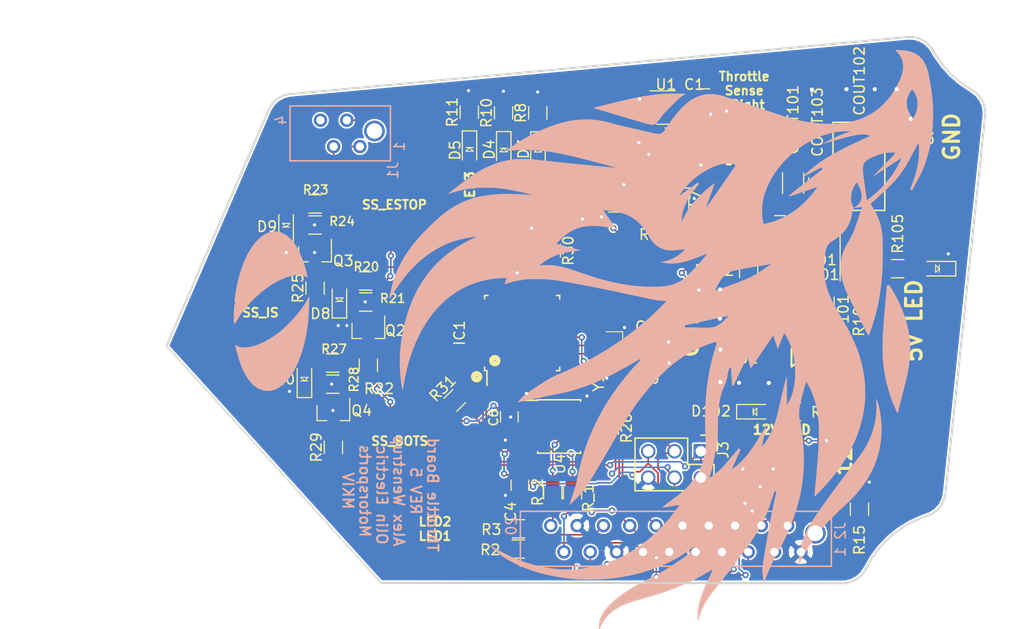
<source format=kicad_pcb>
(kicad_pcb (version 20171130) (host pcbnew 5.0.2-bee76a0~70~ubuntu18.04.1)
  (layers (0 F.Cu signal) (31 B.Cu signal) (34 B.Paste user) (35 F.Paste user) (36 B.SilkS user hide) (37 F.SilkS user) (38 B.Mask user) (39 F.Mask user) (44 Edge.Cuts user))
  (net 0 "")
  (net 1 GND)
  (net 2 VCC)
  (net 3 +12V)
  (net 4 "Net-(C8-Pad1)")
  (net 5 "Net-(C9-Pad1)")
  (net 6 "Net-(C10-Pad1)")
  (net 7 /ProgrammingLED1)
  (net 8 "Net-(D3-Pad1)")
  (net 9 "Net-(D4-Pad1)")
  (net 10 /ProgrammingLED2)
  (net 11 /ProgrammingLED3)
  (net 12 "Net-(D5-Pad1)")
  (net 13 "Net-(D8-Pad2)")
  (net 14 "Net-(D9-Pad2)")
  (net 15 "Net-(D10-Pad2)")
  (net 16 /MISO)
  (net 17 /MOSI)
  (net 18 "Net-(IC1-Pad3)")
  (net 19 /TXCAN)
  (net 20 /RXCAN)
  (net 21 "Net-(IC1-Pad8)")
  (net 22 "Net-(IC1-Pad9)")
  (net 23 /SCK)
  (net 24 /Drive_Mode_Out)
  (net 25 "Net-(IC1-Pad14)")
  (net 26 "Net-(IC1-Pad15)")
  (net 27 "Net-(IC1-Pad16)")
  (net 28 /Throttle1Adjusted)
  (net 29 /Throttle2Adjusted)
  (net 30 "Net-(IC1-Pad21)")
  (net 31 /SS_Inertia_Out_n)
  (net 32 /SS_EStop_Out_n)
  (net 33 /SS_BOTS_Out_n)
  (net 34 "Net-(IC1-Pad29)")
  (net 35 "Net-(IC1-Pad30)")
  (net 36 /RESET)
  (net 37 "Net-(IC1-Pad32)")
  (net 38 /SS_Cockpit_EStop)
  (net 39 /SS_BOTS)
  (net 40 /SS_Inertia_Switch)
  (net 41 /GND_DriveMode)
  (net 42 /CANH)
  (net 43 /CANL)
  (net 44 /Throttle1_Right_Sense)
  (net 45 /Throttle2_Left_Sense)
  (net 46 /LED1)
  (net 47 /LED2)
  (net 48 "Net-(R6-Pad2)")
  (net 49 "Net-(R16-Pad2)")
  (net 50 "Net-(U4-Pad5)")
  (net 51 "Net-(C101-Pad1)")
  (net 52 "Net-(C103-Pad2)")
  (net 53 "Net-(C103-Pad1)")
  (net 54 "Net-(COUT101-Pad1)")
  (net 55 "Net-(D102-Pad2)")
  (net 56 "Net-(D103-Pad2)")
  (net 57 "Net-(R102-Pad1)")
  (net 58 "Net-(IC1-Pad25)")
  (net 59 "Net-(J1-Pad4)")
  (net 60 "Net-(J2-Pad16)")
  (net 61 "Net-(J2-Pad13)")
  (module footprints:R_0805_OEM (layer F.Cu) (at 71.3994 80.6196 180)
    (fp_text reference R2 (at 2.6924 -0.0762 180) (layer F.SilkS))
    (fp_text value R_0 hide)
    (pad 2 smd rect (at 0.95 0 180) (size 0.7 1.3) (layers F.Cu F.Paste F.Mask) (net 2 VCC))
    (pad 1 smd rect (at -0.95 0 180) (size 0.7 1.3) (layers F.Cu F.Paste F.Mask) (net 61 "Net-(J2-Pad13)"))
  )
  (module footprints:R_0805_OEM (layer F.Cu) (at 71.435 78.6638)
    (fp_text reference R3 (at -2.6264 0.0762) (layer F.SilkS))
    (fp_text value R_0 hide)
    (pad 2 smd rect (at 0.95 0) (size 0.7 1.3) (layers F.Cu F.Paste F.Mask) (net 60 "Net-(J2-Pad16)"))
    (pad 1 smd rect (at -0.95 0) (size 0.7 1.3) (layers F.Cu F.Paste F.Mask) (net 2 VCC))
  )
  (module footprints:R_0805_OEM (layer F.Cu) (at 74.7395 75.1815 90)
    (fp_text reference R_2 (at 0.061 -1.4605 90) (layer F.SilkS))
    (fp_text value R_200 hide)
    (pad 2 smd rect (at 0.95 0 90) (size 0.7 1.3) (layers F.Cu F.Paste F.Mask) (net 22 "Net-(IC1-Pad9)"))
    (pad 1 smd rect (at -0.95 0 90) (size 0.7 1.3) (layers F.Cu F.Paste F.Mask) (net 47 /LED2))
  )
  (module footprints:C_0603_1608Metric (layer F.Cu) (at 96.738623 55.711057 180)
    (fp_text reference C102 (at 0 -1.43 180) (layer F.SilkS))
    (fp_text value C_2.2uF)
    (pad 2 smd roundrect (at 0.7875 0 180) (size 0.875 0.95) (layers F.Cu F.Paste F.Mask) (net 1 GND))
    (pad 1 smd roundrect (at -0.7875 0 180) (size 0.875 0.95) (layers F.Cu F.Paste F.Mask) (net 51 "Net-(C101-Pad1)"))
  )
  (module footprints:C_0805_OEM (layer F.Cu) (at 96.829303 57.516997 180)
    (fp_text reference C101 (at 0 -1.5 180) (layer F.SilkS))
    (fp_text value C_0.1uF hide)
    (pad 2 smd rect (at 1 0 180) (size 1 1.25) (layers F.Cu F.Paste F.Mask) (net 1 GND))
    (pad 1 smd rect (at -1 0 180) (size 1 1.25) (layers F.Cu F.Paste F.Mask) (net 51 "Net-(C101-Pad1)"))
  )
  (module footprints:LED_0805_OEM (layer F.Cu) (at 73.31122 42.159223 270)
    (fp_text reference D3 (at -0.1475 1.397 270) (layer F.SilkS))
    (fp_text value LED_0805 hide)
    (pad 1 smd rect (at -1.1 0 90) (size 1.2 1.2) (layers F.Cu F.Paste F.Mask) (net 8 "Net-(D3-Pad1)"))
    (pad 2 smd rect (at 1.1 0 90) (size 1.2 1.2) (layers F.Cu F.Paste F.Mask) (net 7 /ProgrammingLED1))
  )
  (module footprints:LED_0805_OEM (layer F.Cu) (at 66.70722 42.075223 270)
    (fp_text reference D5 (at 0.0635 1.397 270) (layer F.SilkS))
    (fp_text value LED_0805 hide)
    (pad 1 smd rect (at -1.1 0 90) (size 1.2 1.2) (layers F.Cu F.Paste F.Mask) (net 12 "Net-(D5-Pad1)"))
    (pad 2 smd rect (at 1.1 0 90) (size 1.2 1.2) (layers F.Cu F.Paste F.Mask) (net 11 /ProgrammingLED3))
  )
  (module footprints:R_0805_OEM (layer F.Cu) (at 80.2005 68.961 270)
    (fp_text reference R26 (at 0 -1.65 270) (layer F.SilkS))
    (fp_text value "R_120 DNP" hide)
    (pad 2 smd rect (at 0.95 0 270) (size 0.7 1.3) (layers F.Cu F.Paste F.Mask) (net 43 /CANL))
    (pad 1 smd rect (at -0.95 0 270) (size 0.7 1.3) (layers F.Cu F.Paste F.Mask) (net 42 /CANH))
  )
  (module footprints:LED_0805_OEM (layer F.Cu) (at 70.00922 42.138723 270)
    (fp_text reference D4 (at -0.0635 1.397 270) (layer F.SilkS))
    (fp_text value LED_0805 hide)
    (pad 1 smd rect (at -1.1 0 90) (size 1.2 1.2) (layers F.Cu F.Paste F.Mask) (net 9 "Net-(D4-Pad1)"))
    (pad 2 smd rect (at 1.1 0 90) (size 1.2 1.2) (layers F.Cu F.Paste F.Mask) (net 10 /ProgrammingLED2))
  )
  (module footprints:SOT-23-5_OEM (layer F.Cu) (at 85.66722 38.01515)
    (fp_text reference U1 (at 0 -2.22) (layer F.SilkS))
    (fp_text value MCP6001 hide)
    (pad 5 smd rect (at 1.1 -0.95) (size 1.06 0.65) (layers F.Cu F.Paste F.Mask) (net 2 VCC))
    (pad 4 smd rect (at 1.1 0.95) (size 1.06 0.65) (layers F.Cu F.Paste F.Mask) (net 48 "Net-(R6-Pad2)"))
    (pad 3 smd rect (at -1.1 0.95) (size 1.06 0.65) (layers F.Cu F.Paste F.Mask) (net 44 /Throttle1_Right_Sense))
    (pad 2 smd rect (at -1.1 0) (size 1.06 0.65) (layers F.Cu F.Paste F.Mask) (net 1 GND))
    (pad 1 smd rect (at -1.1 -0.95) (size 1.06 0.65) (layers F.Cu F.Paste F.Mask) (net 29 /Throttle2Adjusted))
  )
  (module footprints:SOIC-8_3.9x4.9mm_Pitch1.27mm_OEM (layer F.Cu) (at 75.352659 68.792706)
    (fp_text reference U4 (at 0.066491 3.612075 -270) (layer F.SilkS))
    (fp_text value CAN_Transceiver hide)
    (pad 8 smd rect (at 2.7 -1.905) (size 1.55 0.6) (layers F.Cu F.Paste F.Mask) (net 1 GND))
    (pad 7 smd rect (at 2.7 -0.635) (size 1.55 0.6) (layers F.Cu F.Paste F.Mask) (net 42 /CANH))
    (pad 6 smd rect (at 2.7 0.635) (size 1.55 0.6) (layers F.Cu F.Paste F.Mask) (net 43 /CANL))
    (pad 5 smd rect (at 2.7 1.905) (size 1.55 0.6) (layers F.Cu F.Paste F.Mask) (net 50 "Net-(U4-Pad5)"))
    (pad 4 smd rect (at -2.7 1.905) (size 1.55 0.6) (layers F.Cu F.Paste F.Mask) (net 20 /RXCAN))
    (pad 3 smd rect (at -2.7 0.635) (size 1.55 0.6) (layers F.Cu F.Paste F.Mask) (net 2 VCC))
    (pad 2 smd rect (at -2.7 -0.635) (size 1.55 0.6) (layers F.Cu F.Paste F.Mask) (net 1 GND))
    (pad 1 smd rect (at -2.7 -1.905) (size 1.55 0.6) (layers F.Cu F.Paste F.Mask) (net 19 /TXCAN))
  )
  (module footprints:Pin_Header_Straight_2x03 (layer F.Cu) (at 89.027 71.1835 270)
    (fp_text reference J3 (at -0.127 -2.159 270) (layer F.SilkS))
    (fp_text value CONN_02X03 hide)
    (pad 6 thru_hole circle (at 2.54 5.08 270) (size 1.4 1.4) (drill 1.016) (layers *.Cu *.Mask) (net 1 GND))
    (pad 5 thru_hole circle (at 0 5.08 270) (size 1.4 1.4) (drill 1.016) (layers *.Cu *.Mask) (net 36 /RESET))
    (pad 4 thru_hole circle (at 2.54 2.54 270) (size 1.4 1.4) (drill 1.016) (layers *.Cu *.Mask) (net 17 /MOSI))
    (pad 3 thru_hole circle (at 0 2.54 270) (size 1.4 1.4) (drill 1.016) (layers *.Cu *.Mask) (net 23 /SCK))
    (pad 2 thru_hole circle (at 2.54 0 270) (size 1.4 1.4) (drill 1.016) (layers *.Cu *.Mask) (net 2 VCC))
    (pad 1 thru_hole rect (at 0 0 270) (size 1.4 1.4) (drill 1.016) (layers *.Cu *.Mask) (net 16 /MISO))
  )
  (module footprints:C_0805_OEM (layer F.Cu) (at 89.377219 37.06515 180)
    (fp_text reference C1 (at 1 1.27 180) (layer F.SilkS))
    (fp_text value C_0.1uF hide)
    (pad 2 smd rect (at 1 0 180) (size 1 1.25) (layers F.Cu F.Paste F.Mask) (net 2 VCC))
    (pad 1 smd rect (at -1 0 180) (size 1 1.25) (layers F.Cu F.Paste F.Mask) (net 1 GND))
  )
  (module footprints:C_0805_OEM (layer F.Cu) (at 87.996219 44.93915 180)
    (fp_text reference C2 (at 0.762 1.524 180) (layer F.SilkS))
    (fp_text value C_0.1uF hide)
    (pad 2 smd rect (at 1 0 180) (size 1 1.25) (layers F.Cu F.Paste F.Mask) (net 2 VCC))
    (pad 1 smd rect (at -1 0 180) (size 1 1.25) (layers F.Cu F.Paste F.Mask) (net 1 GND))
  )
  (module footprints:C_0805_OEM (layer F.Cu) (at 71.5645 74.4695 270)
    (fp_text reference C4 (at 2.54 0.889 270) (layer F.SilkS))
    (fp_text value C_0.1uF hide)
    (pad 2 smd rect (at 1 0 270) (size 1 1.25) (layers F.Cu F.Paste F.Mask) (net 1 GND))
    (pad 1 smd rect (at -1 0 270) (size 1 1.25) (layers F.Cu F.Paste F.Mask) (net 2 VCC))
  )
  (module footprints:C_0805_OEM (layer F.Cu) (at 70.5485 67.8655 270)
    (fp_text reference C6 (at 0.0795 1.524 270) (layer F.SilkS) (effects (font (size 0.85 0.85))))
    (fp_text value C_0.1uF hide)
    (pad 2 smd rect (at 1 0 270) (size 1 1.25) (layers F.Cu F.Paste F.Mask) (net 1 GND))
    (pad 1 smd rect (at -1 0 270) (size 1 1.25) (layers F.Cu F.Paste F.Mask) (net 2 VCC))
  )
  (module footprints:LED_0805_OEM (layer F.Cu) (at 54.1518 56.528019 90)
    (fp_text reference D8 (at -1.383981 -1.8278 180) (layer F.SilkS))
    (fp_text value LED_0805 hide)
    (pad 1 smd rect (at -1.1 0 270) (size 1.2 1.2) (layers F.Cu F.Paste F.Mask) (net 1 GND))
    (pad 2 smd rect (at 1.1 0 270) (size 1.2 1.2) (layers F.Cu F.Paste F.Mask) (net 13 "Net-(D8-Pad2)"))
  )
  (module footprints:LED_0805_OEM (layer F.Cu) (at 49.008302 49.352518 90)
    (fp_text reference D9 (at -0.158631 -1.842581 180) (layer F.SilkS))
    (fp_text value LED_0805 hide)
    (pad 1 smd rect (at -1.1 0 270) (size 1.2 1.2) (layers F.Cu F.Paste F.Mask) (net 1 GND))
    (pad 2 smd rect (at 1.1 0 270) (size 1.2 1.2) (layers F.Cu F.Paste F.Mask) (net 14 "Net-(D9-Pad2)"))
  )
  (module footprints:LED_0805_OEM (layer F.Cu) (at 50.777368 64.201234 90)
    (fp_text reference D10 (at -0.031631 -2.350581 180) (layer F.SilkS))
    (fp_text value LED_0805 hide)
    (pad 1 smd rect (at -1.1 0 270) (size 1.2 1.2) (layers F.Cu F.Paste F.Mask) (net 1 GND))
    (pad 2 smd rect (at 1.1 0 270) (size 1.2 1.2) (layers F.Cu F.Paste F.Mask) (net 15 "Net-(D10-Pad2)"))
  )
  (module footprints:micromatch_female_vert_4 (layer B.Cu) (at 51.054 41.783 90)
    (fp_text reference J1 (at -2.31 8.258 90) (layer B.SilkS) (effects (justify mirror)))
    (fp_text value micromatch_female_TOP_ENTRY_locking_4 hide)
    (fp_text user 1 (at 0 8.89 90) (layer B.SilkS) (effects (justify mirror)))
    (fp_text user 4 (at 2.54 -2.54 90) (layer B.SilkS) (effects (justify mirror)))
    (pad 5 thru_hole circle (at 1.5 6.48 90) (size 2 2) (drill 1.5) (layers *.Cu *.Mask))
    (pad 4 thru_hole circle (at 2.54 1.27 90) (size 1.3 1.3) (drill 0.8) (layers *.Cu *.Mask) (net 59 "Net-(J1-Pad4)"))
    (pad 2 thru_hole circle (at 2.54 3.81 90) (size 1.3 1.3) (drill 0.8) (layers *.Cu *.Mask) (net 40 /SS_Inertia_Switch))
    (pad 1 thru_hole circle (at 0 5.08 90) (size 1.3 1.3) (drill 0.8) (layers *.Cu *.Mask) (net 39 /SS_BOTS))
    (pad 3 thru_hole circle (at 0 2.54 90) (size 1.3 1.3) (drill 0.8) (layers *.Cu *.Mask) (net 38 /SS_Cockpit_EStop))
  )
  (module footprints:micromatch_female_vert_20 (layer B.Cu) (at 93.599 80.899 90)
    (fp_text reference J2 (at 2.032 8.89 90) (layer B.SilkS) (effects (justify mirror)))
    (fp_text value micromatch_female_TOP_ENTRY_locking_20 hide)
    (fp_text user 1 (at 0 8.89 90) (layer B.SilkS) (effects (justify mirror)))
    (fp_text user 20 (at 2.54 -22.86 90) (layer B.SilkS) (effects (justify mirror)))
    (pad 21 thru_hole circle (at 1.8 6.48 90) (size 2 2) (drill 1.5) (layers *.Cu *.Mask))
    (pad 20 thru_hole circle (at 2.54 -19.05 90) (size 1.3 1.3) (drill 0.8) (layers *.Cu *.Mask) (net 47 /LED2))
    (pad 19 thru_hole circle (at 0 -17.78 90) (size 1.3 1.3) (drill 0.8) (layers *.Cu *.Mask) (net 46 /LED1))
    (pad 18 thru_hole circle (at 2.54 -16.51 90) (size 1.3 1.3) (drill 0.8) (layers *.Cu *.Mask) (net 1 GND))
    (pad 17 thru_hole circle (at 0 -15.24 90) (size 1.3 1.3) (drill 0.8) (layers *.Cu *.Mask) (net 45 /Throttle2_Left_Sense))
    (pad 16 thru_hole circle (at 2.54 -13.97 90) (size 1.3 1.3) (drill 0.8) (layers *.Cu *.Mask) (net 60 "Net-(J2-Pad16)"))
    (pad 15 thru_hole circle (at 0 -12.7 90) (size 1.3 1.3) (drill 0.8) (layers *.Cu *.Mask) (net 1 GND))
    (pad 14 thru_hole circle (at 2.54 -11.43 90) (size 1.3 1.3) (drill 0.8) (layers *.Cu *.Mask) (net 44 /Throttle1_Right_Sense))
    (pad 13 thru_hole circle (at 0 -10.16 90) (size 1.3 1.3) (drill 0.8) (layers *.Cu *.Mask) (net 61 "Net-(J2-Pad13)"))
    (pad 12 thru_hole circle (at 2.54 -8.89 90) (size 1.3 1.3) (drill 0.8) (layers *.Cu *.Mask) (net 43 /CANL))
    (pad 11 thru_hole circle (at 0 -7.62 90) (size 1.3 1.3) (drill 0.8) (layers *.Cu *.Mask) (net 42 /CANH))
    (pad 10 thru_hole circle (at 2.54 -6.35 90) (size 1.3 1.3) (drill 0.8) (layers *.Cu *.Mask) (net 36 /RESET))
    (pad 9 thru_hole circle (at 0 -5.08 90) (size 1.3 1.3) (drill 0.8) (layers *.Cu *.Mask) (net 23 /SCK))
    (pad 8 thru_hole circle (at 2.54 -3.81 90) (size 1.3 1.3) (drill 0.8) (layers *.Cu *.Mask) (net 16 /MISO))
    (pad 6 thru_hole circle (at 2.54 -1.27 90) (size 1.3 1.3) (drill 0.8) (layers *.Cu *.Mask) (net 2 VCC))
    (pad 4 thru_hole circle (at 2.54 1.27 90) (size 1.3 1.3) (drill 0.8) (layers *.Cu *.Mask) (net 24 /Drive_Mode_Out))
    (pad 2 thru_hole circle (at 2.54 3.81 90) (size 1.3 1.3) (drill 0.8) (layers *.Cu *.Mask) (net 3 +12V))
    (pad 7 thru_hole circle (at 0 -2.54 90) (size 1.3 1.3) (drill 0.8) (layers *.Cu *.Mask) (net 17 /MOSI))
    (pad 1 thru_hole circle (at 0 5.08 90) (size 1.3 1.3) (drill 0.8) (layers *.Cu *.Mask) (net 1 GND))
    (pad 3 thru_hole circle (at 0 2.54 90) (size 1.3 1.3) (drill 0.8) (layers *.Cu *.Mask) (net 2 VCC))
    (pad 5 thru_hole circle (at 0 0 90) (size 1.3 1.3) (drill 0.8) (layers *.Cu *.Mask) (net 41 /GND_DriveMode))
  )
  (module footprints:SOT-23F (layer F.Cu) (at 56.945801 59.54202 270)
    (fp_text reference Q2 (at 0 -2.602419 180) (layer F.SilkS))
    (fp_text value SSM3K333R hide)
    (pad 3 smd rect (at 1.05 0 270) (size 0.9 0.8) (layers F.Cu F.Paste F.Mask) (net 31 /SS_Inertia_Out_n))
    (pad 2 smd rect (at -1.05 0.95 270) (size 0.9 0.8) (layers F.Cu F.Paste F.Mask) (net 1 GND))
    (pad 1 smd rect (at -1.05 -0.95 270) (size 0.9 0.8) (layers F.Cu F.Paste F.Mask) (net 40 /SS_Inertia_Switch))
  )
  (module footprints:SOT-23F (layer F.Cu) (at 51.802301 52.146518 270)
    (fp_text reference Q3 (at 0.666631 -2.729419) (layer F.SilkS))
    (fp_text value SSM3K333R hide)
    (pad 3 smd rect (at 1.05 0 270) (size 0.9 0.8) (layers F.Cu F.Paste F.Mask) (net 32 /SS_EStop_Out_n))
    (pad 2 smd rect (at -1.05 0.95 270) (size 0.9 0.8) (layers F.Cu F.Paste F.Mask) (net 1 GND))
    (pad 1 smd rect (at -1.05 -0.95 270) (size 0.9 0.8) (layers F.Cu F.Paste F.Mask) (net 38 /SS_Cockpit_EStop))
  )
  (module footprints:SOT-23F (layer F.Cu) (at 53.571369 67.469234 270)
    (fp_text reference Q4 (at -0.188369 -2.729419) (layer F.SilkS))
    (fp_text value SSM3K333R hide)
    (pad 3 smd rect (at 1.05 0 270) (size 0.9 0.8) (layers F.Cu F.Paste F.Mask) (net 33 /SS_BOTS_Out_n))
    (pad 2 smd rect (at -1.05 0.95 270) (size 0.9 0.8) (layers F.Cu F.Paste F.Mask) (net 1 GND))
    (pad 1 smd rect (at -1.05 -0.95 270) (size 0.9 0.8) (layers F.Cu F.Paste F.Mask) (net 39 /SS_BOTS))
  )
  (module footprints:R_0805_OEM (layer F.Cu) (at 82.09322 39.60515)
    (fp_text reference R1 (at 0 -1.524) (layer F.SilkS) (effects (font (size 0.85 0.85))))
    (fp_text value R_1M hide)
    (pad 2 smd rect (at 0.95 0) (size 0.7 1.3) (layers F.Cu F.Paste F.Mask) (net 44 /Throttle1_Right_Sense))
    (pad 1 smd rect (at -0.95 0) (size 0.7 1.3) (layers F.Cu F.Paste F.Mask) (net 2 VCC))
  )
  (module footprints:R_0805_OEM (layer F.Cu) (at 86.157218 40.87515)
    (fp_text reference R6 (at -0.32 1.27) (layer F.SilkS))
    (fp_text value R_1k hide)
    (pad 2 smd rect (at 0.95 0) (size 0.7 1.3) (layers F.Cu F.Paste F.Mask) (net 48 "Net-(R6-Pad2)"))
    (pad 1 smd rect (at -0.95 0) (size 0.7 1.3) (layers F.Cu F.Paste F.Mask) (net 29 /Throttle2Adjusted))
  )
  (module footprints:R_0805_OEM (layer F.Cu) (at 88.63122 39.60515 90)
    (fp_text reference R7 (at -1.27 1.27 90) (layer F.SilkS))
    (fp_text value R_2.2k hide)
    (pad 2 smd rect (at 0.95 0 90) (size 0.7 1.3) (layers F.Cu F.Paste F.Mask) (net 1 GND))
    (pad 1 smd rect (at -0.95 0 90) (size 0.7 1.3) (layers F.Cu F.Paste F.Mask) (net 48 "Net-(R6-Pad2)"))
  )
  (module footprints:R_0805_OEM (layer F.Cu) (at 73.29237 38.534003 90)
    (fp_text reference R8 (at 0 -1.65 90) (layer F.SilkS))
    (fp_text value R_200 hide)
    (pad 2 smd rect (at 0.95 0 90) (size 0.7 1.3) (layers F.Cu F.Paste F.Mask) (net 1 GND))
    (pad 1 smd rect (at -0.95 0 90) (size 0.7 1.3) (layers F.Cu F.Paste F.Mask) (net 8 "Net-(D3-Pad1)"))
  )
  (module footprints:R_0805_OEM (layer F.Cu) (at 69.990371 38.534003 90)
    (fp_text reference R10 (at 0 -1.65 90) (layer F.SilkS))
    (fp_text value R_200 hide)
    (pad 2 smd rect (at 0.95 0 90) (size 0.7 1.3) (layers F.Cu F.Paste F.Mask) (net 1 GND))
    (pad 1 smd rect (at -0.95 0 90) (size 0.7 1.3) (layers F.Cu F.Paste F.Mask) (net 9 "Net-(D4-Pad1)"))
  )
  (module footprints:R_0805_OEM (layer F.Cu) (at 66.688369 38.468004 90)
    (fp_text reference R11 (at 0 -1.65 90) (layer F.SilkS))
    (fp_text value R_200 hide)
    (pad 2 smd rect (at 0.95 0 90) (size 0.7 1.3) (layers F.Cu F.Paste F.Mask) (net 1 GND))
    (pad 1 smd rect (at -0.95 0 90) (size 0.7 1.3) (layers F.Cu F.Paste F.Mask) (net 12 "Net-(D5-Pad1)"))
  )
  (module footprints:R_0805_OEM (layer F.Cu) (at 80.69622 47.22515)
    (fp_text reference R13 (at 0 -1.65) (layer F.SilkS))
    (fp_text value R_1M hide)
    (pad 2 smd rect (at 0.95 0) (size 0.7 1.3) (layers F.Cu F.Paste F.Mask) (net 45 /Throttle2_Left_Sense))
    (pad 1 smd rect (at -0.95 0) (size 0.7 1.3) (layers F.Cu F.Paste F.Mask) (net 2 VCC))
  )
  (module footprints:R_0805_OEM (layer F.Cu) (at 104.3305 76.7715 270)
    (fp_text reference R15 (at 2.982 0 90) (layer F.SilkS))
    (fp_text value R_22K hide)
    (pad 2 smd rect (at 0.95 0 270) (size 0.7 1.3) (layers F.Cu F.Paste F.Mask) (net 41 /GND_DriveMode))
    (pad 1 smd rect (at -0.95 0 270) (size 0.7 1.3) (layers F.Cu F.Paste F.Mask) (net 1 GND))
  )
  (module footprints:R_0805_OEM (layer F.Cu) (at 84.50622 48.74915)
    (fp_text reference R16 (at 0 1.524) (layer F.SilkS))
    (fp_text value R_2.2k hide)
    (pad 2 smd rect (at 0.95 0) (size 0.7 1.3) (layers F.Cu F.Paste F.Mask) (net 49 "Net-(R16-Pad2)"))
    (pad 1 smd rect (at -0.95 0) (size 0.7 1.3) (layers F.Cu F.Paste F.Mask) (net 28 /Throttle1Adjusted))
  )
  (module footprints:R_0805_OEM (layer F.Cu) (at 86.980219 47.41315 90)
    (fp_text reference R17 (at 0 1.524 90) (layer F.SilkS))
    (fp_text value R_2.2k hide)
    (pad 2 smd rect (at 0.95 0 90) (size 0.7 1.3) (layers F.Cu F.Paste F.Mask) (net 1 GND))
    (pad 1 smd rect (at -0.95 0 90) (size 0.7 1.3) (layers F.Cu F.Paste F.Mask) (net 49 "Net-(R16-Pad2)"))
  )
  (module footprints:R_0805_OEM (layer F.Cu) (at 96.012 74.991 90)
    (fp_text reference R19 (at -0.066 1.8415 90) (layer F.SilkS))
    (fp_text value R_22K hide)
    (pad 2 smd rect (at 0.95 0 90) (size 0.7 1.3) (layers F.Cu F.Paste F.Mask) (net 1 GND))
    (pad 1 smd rect (at -0.95 0 90) (size 0.7 1.3) (layers F.Cu F.Paste F.Mask) (net 24 /Drive_Mode_Out))
  )
  (module footprints:R_0805_OEM (layer F.Cu) (at 56.6918 54.750017 180)
    (fp_text reference R20 (at -0.062419 1.365369) (layer F.SilkS) (effects (font (size 0.85 0.85))))
    (fp_text value R_1k hide)
    (pad 2 smd rect (at 0.95 0 180) (size 0.7 1.3) (layers F.Cu F.Paste F.Mask) (net 13 "Net-(D8-Pad2)"))
    (pad 1 smd rect (at -0.95 0 180) (size 0.7 1.3) (layers F.Cu F.Paste F.Mask) (net 40 /SS_Inertia_Switch))
  )
  (module footprints:R_0805_OEM (layer F.Cu) (at 56.6918 56.782019 180)
    (fp_text reference R21 (at -2.602419 0.349369) (layer F.SilkS) (effects (font (size 0.85 0.85))))
    (fp_text value R_100k hide)
    (pad 2 smd rect (at 0.95 0 180) (size 0.7 1.3) (layers F.Cu F.Paste F.Mask) (net 1 GND))
    (pad 1 smd rect (at -0.95 0 180) (size 0.7 1.3) (layers F.Cu F.Paste F.Mask) (net 40 /SS_Inertia_Switch))
  )
  (module footprints:R_0805_OEM (layer F.Cu) (at 56.945799 62.878017 90)
    (fp_text reference R22 (at -2.272983 1.029701 180) (layer F.SilkS))
    (fp_text value R_10k hide)
    (pad 2 smd rect (at 0.95 0 90) (size 0.7 1.3) (layers F.Cu F.Paste F.Mask) (net 31 /SS_Inertia_Out_n))
    (pad 1 smd rect (at -0.95 0 90) (size 0.7 1.3) (layers F.Cu F.Paste F.Mask) (net 2 VCC))
  )
  (module footprints:R_0805_OEM (layer F.Cu) (at 51.8023 47.320519 180)
    (fp_text reference R23 (at -0.062419 1.365369) (layer F.SilkS) (effects (font (size 0.85 0.85))))
    (fp_text value R_1k hide)
    (pad 2 smd rect (at 0.95 0 180) (size 0.7 1.3) (layers F.Cu F.Paste F.Mask) (net 14 "Net-(D9-Pad2)"))
    (pad 1 smd rect (at -0.95 0 180) (size 0.7 1.3) (layers F.Cu F.Paste F.Mask) (net 38 /SS_Cockpit_EStop))
  )
  (module footprints:R_0805_OEM (layer F.Cu) (at 51.802301 49.352517 180)
    (fp_text reference R24 (at -2.602419 0.349369) (layer F.SilkS) (effects (font (size 0.85 0.85))))
    (fp_text value R_100k hide)
    (pad 2 smd rect (at 0.95 0 180) (size 0.7 1.3) (layers F.Cu F.Paste F.Mask) (net 1 GND))
    (pad 1 smd rect (at -0.95 0 180) (size 0.7 1.3) (layers F.Cu F.Paste F.Mask) (net 38 /SS_Cockpit_EStop))
  )
  (module footprints:R_0805_OEM (layer F.Cu) (at 51.8023 55.448519 90)
    (fp_text reference R25 (at 0 -1.65 90) (layer F.SilkS))
    (fp_text value R_10k hide)
    (pad 2 smd rect (at 0.95 0 90) (size 0.7 1.3) (layers F.Cu F.Paste F.Mask) (net 32 /SS_EStop_Out_n))
    (pad 1 smd rect (at -0.95 0 90) (size 0.7 1.3) (layers F.Cu F.Paste F.Mask) (net 2 VCC))
  )
  (module footprints:R_0805_OEM (layer F.Cu) (at 53.505369 62.677233 180)
    (fp_text reference R27 (at -0.128419 1.365369) (layer F.SilkS) (effects (font (size 0.85 0.85))))
    (fp_text value R_1k hide)
    (pad 2 smd rect (at 0.95 0 180) (size 0.7 1.3) (layers F.Cu F.Paste F.Mask) (net 15 "Net-(D10-Pad2)"))
    (pad 1 smd rect (at -0.95 0 180) (size 0.7 1.3) (layers F.Cu F.Paste F.Mask) (net 39 /SS_BOTS))
  )
  (module footprints:R_0805_OEM (layer F.Cu) (at 53.505368 64.709234 180)
    (fp_text reference R28 (at -2.057132 0.447234 90) (layer F.SilkS) (effects (font (size 0.85 0.85))))
    (fp_text value R_100k hide)
    (pad 2 smd rect (at 0.95 0 180) (size 0.7 1.3) (layers F.Cu F.Paste F.Mask) (net 1 GND))
    (pad 1 smd rect (at -0.95 0 180) (size 0.7 1.3) (layers F.Cu F.Paste F.Mask) (net 39 /SS_BOTS))
  )
  (module footprints:R_0805_OEM (layer F.Cu) (at 53.571369 70.805234 90)
    (fp_text reference R29 (at 0 -1.65 90) (layer F.SilkS))
    (fp_text value R_10k hide)
    (pad 2 smd rect (at 0.95 0 90) (size 0.7 1.3) (layers F.Cu F.Paste F.Mask) (net 33 /SS_BOTS_Out_n))
    (pad 1 smd rect (at -0.95 0 90) (size 0.7 1.3) (layers F.Cu F.Paste F.Mask) (net 2 VCC))
  )
  (module footprints:SOT-23-5_OEM (layer F.Cu) (at 84.18622 45.955149)
    (fp_text reference U3 (at -0.127 -2.286) (layer F.SilkS))
    (fp_text value MCP6001 hide)
    (pad 5 smd rect (at 1.1 -0.95) (size 1.06 0.65) (layers F.Cu F.Paste F.Mask) (net 2 VCC))
    (pad 4 smd rect (at 1.1 0.95) (size 1.06 0.65) (layers F.Cu F.Paste F.Mask) (net 49 "Net-(R16-Pad2)"))
    (pad 3 smd rect (at -1.1 0.95) (size 1.06 0.65) (layers F.Cu F.Paste F.Mask) (net 45 /Throttle2_Left_Sense))
    (pad 2 smd rect (at -1.1 0) (size 1.06 0.65) (layers F.Cu F.Paste F.Mask) (net 1 GND))
    (pad 1 smd rect (at -1.1 -0.95) (size 1.06 0.65) (layers F.Cu F.Paste F.Mask) (net 28 /Throttle1Adjusted))
  )
  (module footprints:R_0805_OEM (layer F.Cu) (at 76.6445 75.1815 90)
    (fp_text reference R_1 (at -0.508 1.524 90) (layer F.SilkS))
    (fp_text value R_200 hide)
    (pad 2 smd rect (at 0.95 0 90) (size 0.7 1.3) (layers F.Cu F.Paste F.Mask) (net 21 "Net-(IC1-Pad8)"))
    (pad 1 smd rect (at -0.95 0 90) (size 0.7 1.3) (layers F.Cu F.Paste F.Mask) (net 46 /LED1))
  )
  (module footprints:Fuse_1812 (layer F.Cu) (at 104.279123 46.440057 90)
    (fp_text reference COUT102 (at 10.9957 0.049 90) (layer F.SilkS))
    (fp_text value C_33uF hide)
    (pad 1 smd rect (at 0 0 90) (size 1.78 3.5) (layers F.Cu F.Paste F.Mask) (net 54 "Net-(COUT101-Pad1)"))
    (pad 2 smd rect (at 5.28 0 90) (size 1.78 3.5) (layers F.Cu F.Paste F.Mask) (net 1 GND))
  )
  (module footprints:C_0805_OEM (layer F.Cu) (at 96.659123 49.297557 180)
    (fp_text reference C103 (at -2.244 0.0032 90) (layer F.SilkS) (effects (font (size 0.6 0.6))))
    (fp_text value C_0.1uF hide)
    (pad 2 smd rect (at 1 0 180) (size 1 1.25) (layers F.Cu F.Paste F.Mask) (net 52 "Net-(C103-Pad2)"))
    (pad 1 smd rect (at -1 0 180) (size 1 1.25) (layers F.Cu F.Paste F.Mask) (net 53 "Net-(C103-Pad1)"))
  )
  (module footprints:Fuse_1210 (layer F.Cu) (at 100.405623 57.298557 270)
    (fp_text reference F101 (at 0.5958 -2.3725 270) (layer F.SilkS))
    (fp_text value F_500mA_16V hide)
    (pad 2 smd rect (at 1.45 0 270) (size 0.9 2.5) (layers F.Cu F.Paste F.Mask) (net 3 +12V))
    (pad 1 smd rect (at -1.45 0 270) (size 0.9 2.5) (layers F.Cu F.Paste F.Mask) (net 51 "Net-(C101-Pad1)"))
  )
  (module footprints:R_0805_OEM (layer F.Cu) (at 93.656843 49.924937 270)
    (fp_text reference R103 (at -0.03058 3.37872) (layer F.SilkS))
    (fp_text value R_100K hide)
    (pad 2 smd rect (at 0.95 0 270) (size 0.7 1.3) (layers F.Cu F.Paste F.Mask) (net 57 "Net-(R102-Pad1)"))
    (pad 1 smd rect (at -0.95 0 270) (size 0.7 1.3) (layers F.Cu F.Paste F.Mask) (net 54 "Net-(COUT101-Pad1)"))
  )
  (module footprints:R_0805_OEM (layer F.Cu) (at 93.641603 53.811137 270)
    (fp_text reference R102 (at -0.06678 3.31348) (layer F.SilkS))
    (fp_text value R_25K hide)
    (pad 2 smd rect (at 0.95 0 270) (size 0.7 1.3) (layers F.Cu F.Paste F.Mask) (net 1 GND))
    (pad 1 smd rect (at -0.95 0 270) (size 0.7 1.3) (layers F.Cu F.Paste F.Mask) (net 57 "Net-(R102-Pad1)"))
  )
  (module footprints:R_0805_OEM (layer F.Cu) (at 108.028123 53.569357)
    (fp_text reference R105 (at 0 -3.375 -270) (layer F.SilkS))
    (fp_text value R_200 hide)
    (pad 2 smd rect (at 0.95 0) (size 0.7 1.3) (layers F.Cu F.Paste F.Mask) (net 56 "Net-(D103-Pad2)"))
    (pad 1 smd rect (at -0.95 0) (size 0.7 1.3) (layers F.Cu F.Paste F.Mask) (net 2 VCC))
  )
  (module footprints:R_2512_OEM (layer F.Cu) (at 104.284203 52.141157 270)
    (fp_text reference R104 (at 6.0532 0.00608 270) (layer F.SilkS))
    (fp_text value R_0_2512 hide)
    (pad 2 smd rect (at 3.1 0 270) (size 1 3.2) (layers F.Cu F.Paste F.Mask) (net 2 VCC))
    (pad 1 smd rect (at -3.1 0 270) (size 1 3.2) (layers F.Cu F.Paste F.Mask) (net 54 "Net-(COUT101-Pad1)"))
  )
  (module footprints:SOT-23-6_OEM (layer F.Cu) (at 96.643923 52.591757)
    (fp_text reference U101 (at 3.8092 1.5526) (layer F.SilkS))
    (fp_text value TPS560430YF hide)
    (pad 5 smd rect (at 1.1 0) (size 1.06 0.65) (layers F.Cu F.Paste F.Mask) (net 51 "Net-(C101-Pad1)"))
    (pad 6 smd rect (at 1.1 -0.95) (size 1.06 0.65) (layers F.Cu F.Paste F.Mask) (net 53 "Net-(C103-Pad1)"))
    (pad 4 smd rect (at 1.1 0.95) (size 1.06 0.65) (layers F.Cu F.Paste F.Mask) (net 51 "Net-(C101-Pad1)"))
    (pad 3 smd rect (at -1.1 0.95) (size 1.06 0.65) (layers F.Cu F.Paste F.Mask) (net 57 "Net-(R102-Pad1)"))
    (pad 2 smd rect (at -1.1 0) (size 1.06 0.65) (layers F.Cu F.Paste F.Mask) (net 1 GND))
    (pad 1 smd rect (at -1.1 -0.95) (size 1.06 0.65) (layers F.Cu F.Paste F.Mask) (net 52 "Net-(C103-Pad2)"))
  )
  (module footprints:C_1206_OEM (layer F.Cu) (at 97.929123 45.321057 90)
    (fp_text reference COUT101 (at 6.1267 -0.001 90) (layer F.SilkS))
    (fp_text value C_22uF hide)
    (pad 2 smd rect (at 1.5 0 90) (size 1 1.6) (layers F.Cu F.Paste F.Mask) (net 1 GND))
    (pad 1 smd rect (at -1.5 0 90) (size 1 1.6) (layers F.Cu F.Paste F.Mask) (net 54 "Net-(COUT101-Pad1)"))
  )
  (module footprints:C_0805_OEM (layer F.Cu) (at 100.278623 45.297057 90)
    (fp_text reference COUT103 (at 5.8777 -0.0005 90) (layer F.SilkS))
    (fp_text value C_47uF hide)
    (pad 2 smd rect (at 1 0 90) (size 1 1.25) (layers F.Cu F.Paste F.Mask) (net 1 GND))
    (pad 1 smd rect (at -1 0 90) (size 1 1.25) (layers F.Cu F.Paste F.Mask) (net 54 "Net-(COUT101-Pad1)"))
  )
  (module footprints:DO-214AA (layer F.Cu) (at 98.373623 62.315057 180)
    (fp_text reference D101 (at 5.7205 0.1207) (layer F.SilkS))
    (fp_text value D_Zener_18V hide)
    (pad 1 smd rect (at -2.032 0) (size 1.778 2.159) (layers F.Cu F.Paste F.Mask) (net 3 +12V))
    (pad 2 smd rect (at 2.032 0) (size 1.778 2.159) (layers F.Cu F.Paste F.Mask) (net 1 GND))
  )
  (module footprints:LED_0805_OEM (layer F.Cu) (at 111.828123 53.569357 180)
    (fp_text reference D103 (at 2.151374 12.548614) (layer F.SilkS))
    (fp_text value LED_0805 hide)
    (pad 1 smd rect (at -1.1 0) (size 1.2 1.2) (layers F.Cu F.Paste F.Mask) (net 1 GND))
    (pad 2 smd rect (at 1.1 0) (size 1.2 1.2) (layers F.Cu F.Paste F.Mask) (net 56 "Net-(D103-Pad2)"))
  )
  (module footprints:LED_0805_OEM (layer F.Cu) (at 94.278123 67.369357)
    (fp_text reference D102 (at -4.275 -0.05 -180) (layer F.SilkS))
    (fp_text value LED_0805 hide)
    (pad 1 smd rect (at -1.1 0 180) (size 1.2 1.2) (layers F.Cu F.Paste F.Mask) (net 1 GND))
    (pad 2 smd rect (at 1.1 0 180) (size 1.2 1.2) (layers F.Cu F.Paste F.Mask) (net 55 "Net-(D102-Pad2)"))
  )
  (module footprints:R_0805_OEM (layer F.Cu) (at 98.078123 67.369357 180)
    (fp_text reference R101 (at -3.5 -0.05) (layer F.SilkS))
    (fp_text value R_200 hide)
    (pad 2 smd rect (at 0.95 0 180) (size 0.7 1.3) (layers F.Cu F.Paste F.Mask) (net 55 "Net-(D102-Pad2)"))
    (pad 1 smd rect (at -0.95 0 180) (size 0.7 1.3) (layers F.Cu F.Paste F.Mask) (net 51 "Net-(C101-Pad1)"))
  )
  (module footprints:C_0805_OEM (layer F.Cu) (at 72.685292 52.003669 90)
    (fp_text reference C8 (at 0 -1.5 90) (layer F.SilkS))
    (fp_text value C_100pF hide)
    (pad 2 smd rect (at 1 0 90) (size 1 1.25) (layers F.Cu F.Paste F.Mask) (net 1 GND))
    (pad 1 smd rect (at -1 0 90) (size 1 1.25) (layers F.Cu F.Paste F.Mask) (net 4 "Net-(C8-Pad1)"))
  )
  (module footprints:C_0805_OEM (layer F.Cu) (at 83.654792 60.655669)
    (fp_text reference C9 (at 0 -1.5) (layer F.SilkS))
    (fp_text value C_30pF hide)
    (pad 2 smd rect (at 1 0) (size 1 1.25) (layers F.Cu F.Paste F.Mask) (net 1 GND))
    (pad 1 smd rect (at -1 0) (size 1 1.25) (layers F.Cu F.Paste F.Mask) (net 5 "Net-(C9-Pad1)"))
  )
  (module footprints:C_0805_OEM (layer F.Cu) (at 83.654792 62.687669)
    (fp_text reference C10 (at -0.0475 1.4605) (layer F.SilkS))
    (fp_text value C_30pF hide)
    (pad 2 smd rect (at 1 0) (size 1 1.25) (layers F.Cu F.Paste F.Mask) (net 1 GND))
    (pad 1 smd rect (at -1 0) (size 1 1.25) (layers F.Cu F.Paste F.Mask) (net 6 "Net-(C10-Pad1)"))
  )
  (module footprints:TQFP-32_7x7mm_Pitch0.8mm (layer F.Cu) (at 71.787293 59.775668 90)
    (fp_text reference IC1 (at 0 -6.05 90) (layer F.SilkS))
    (fp_text value ATMEGA16M1 hide)
    (pad 32 smd rect (at -2.8 -4.25 180) (size 1.6 0.55) (layers F.Cu F.Paste F.Mask) (net 37 "Net-(IC1-Pad32)"))
    (pad 31 smd rect (at -2 -4.25 180) (size 1.6 0.55) (layers F.Cu F.Paste F.Mask) (net 36 /RESET))
    (pad 30 smd rect (at -1.2 -4.25 180) (size 1.6 0.55) (layers F.Cu F.Paste F.Mask) (net 35 "Net-(IC1-Pad30)"))
    (pad 29 smd rect (at -0.4 -4.25 180) (size 1.6 0.55) (layers F.Cu F.Paste F.Mask) (net 34 "Net-(IC1-Pad29)"))
    (pad 28 smd rect (at 0.4 -4.25 180) (size 1.6 0.55) (layers F.Cu F.Paste F.Mask) (net 33 /SS_BOTS_Out_n))
    (pad 27 smd rect (at 1.2 -4.25 180) (size 1.6 0.55) (layers F.Cu F.Paste F.Mask) (net 31 /SS_Inertia_Out_n))
    (pad 26 smd rect (at 2 -4.25 180) (size 1.6 0.55) (layers F.Cu F.Paste F.Mask) (net 32 /SS_EStop_Out_n))
    (pad 25 smd rect (at 2.8 -4.25 180) (size 1.6 0.55) (layers F.Cu F.Paste F.Mask) (net 58 "Net-(IC1-Pad25)"))
    (pad 24 smd rect (at 4.25 -2.8 90) (size 1.6 0.55) (layers F.Cu F.Paste F.Mask) (net 11 /ProgrammingLED3))
    (pad 23 smd rect (at 4.25 -2 90) (size 1.6 0.55) (layers F.Cu F.Paste F.Mask) (net 10 /ProgrammingLED2))
    (pad 22 smd rect (at 4.25 -1.2 90) (size 1.6 0.55) (layers F.Cu F.Paste F.Mask) (net 7 /ProgrammingLED1))
    (pad 21 smd rect (at 4.25 -0.4 90) (size 1.6 0.55) (layers F.Cu F.Paste F.Mask) (net 30 "Net-(IC1-Pad21)"))
    (pad 20 smd rect (at 4.25 0.4 90) (size 1.6 0.55) (layers F.Cu F.Paste F.Mask) (net 1 GND))
    (pad 19 smd rect (at 4.25 1.2 90) (size 1.6 0.55) (layers F.Cu F.Paste F.Mask) (net 4 "Net-(C8-Pad1)"))
    (pad 18 smd rect (at 4.25 2 90) (size 1.6 0.55) (layers F.Cu F.Paste F.Mask) (net 29 /Throttle2Adjusted))
    (pad 17 smd rect (at 4.25 2.8 90) (size 1.6 0.55) (layers F.Cu F.Paste F.Mask) (net 28 /Throttle1Adjusted))
    (pad 16 smd rect (at 2.8 4.25 180) (size 1.6 0.55) (layers F.Cu F.Paste F.Mask) (net 27 "Net-(IC1-Pad16)"))
    (pad 15 smd rect (at 2 4.25 180) (size 1.6 0.55) (layers F.Cu F.Paste F.Mask) (net 26 "Net-(IC1-Pad15)"))
    (pad 14 smd rect (at 1.2 4.25 180) (size 1.6 0.55) (layers F.Cu F.Paste F.Mask) (net 25 "Net-(IC1-Pad14)"))
    (pad 13 smd rect (at 0.4 4.25 180) (size 1.6 0.55) (layers F.Cu F.Paste F.Mask) (net 24 /Drive_Mode_Out))
    (pad 12 smd rect (at -0.4 4.25 180) (size 1.6 0.55) (layers F.Cu F.Paste F.Mask) (net 23 /SCK))
    (pad 11 smd rect (at -1.2 4.25 180) (size 1.6 0.55) (layers F.Cu F.Paste F.Mask) (net 5 "Net-(C9-Pad1)"))
    (pad 10 smd rect (at -2 4.25 180) (size 1.6 0.55) (layers F.Cu F.Paste F.Mask) (net 6 "Net-(C10-Pad1)"))
    (pad 9 smd rect (at -2.8 4.25 180) (size 1.6 0.55) (layers F.Cu F.Paste F.Mask) (net 22 "Net-(IC1-Pad9)"))
    (pad 8 smd rect (at -4.25 2.8 90) (size 1.6 0.55) (layers F.Cu F.Paste F.Mask) (net 21 "Net-(IC1-Pad8)"))
    (pad 7 smd rect (at -4.25 2 90) (size 1.6 0.55) (layers F.Cu F.Paste F.Mask) (net 20 /RXCAN))
    (pad 6 smd rect (at -4.25 1.2 90) (size 1.6 0.55) (layers F.Cu F.Paste F.Mask) (net 19 /TXCAN))
    (pad 5 smd rect (at -4.25 0.4 90) (size 1.6 0.55) (layers F.Cu F.Paste F.Mask) (net 1 GND))
    (pad 4 smd rect (at -4.25 -0.4 90) (size 1.6 0.55) (layers F.Cu F.Paste F.Mask) (net 2 VCC))
    (pad 3 smd rect (at -4.25 -1.2 90) (size 1.6 0.55) (layers F.Cu F.Paste F.Mask) (net 18 "Net-(IC1-Pad3)"))
    (pad 2 smd rect (at -4.25 -2 90) (size 1.6 0.55) (layers F.Cu F.Paste F.Mask) (net 17 /MOSI))
    (pad 1 smd rect (at -4.25 -2.8 90) (size 1.6 0.55) (layers F.Cu F.Paste F.Mask) (net 16 /MISO))
  )
  (module footprints:R_0805_OEM (layer F.Cu) (at 74.590292 51.826669 270)
    (fp_text reference R30 (at 0 -1.65 270) (layer F.SilkS))
    (fp_text value R_100 hide)
    (pad 2 smd rect (at 0.95 0 270) (size 0.7 1.3) (layers F.Cu F.Paste F.Mask) (net 4 "Net-(C8-Pad1)"))
    (pad 1 smd rect (at -0.95 0 270) (size 0.7 1.3) (layers F.Cu F.Paste F.Mask) (net 2 VCC))
  )
  (module footprints:R_0805_OEM (layer F.Cu) (at 65.282541 66.28042 45)
    (fp_text reference R31 (at 0 -1.65 45) (layer F.SilkS))
    (fp_text value R_10k hide)
    (pad 2 smd rect (at 0.949999 0 45) (size 0.7 1.3) (layers F.Cu F.Paste F.Mask) (net 36 /RESET))
    (pad 1 smd rect (at -0.949999 0 45) (size 0.7 1.3) (layers F.Cu F.Paste F.Mask) (net 2 VCC))
  )
  (module footprints:Crystal_SMD_FA238 (layer F.Cu) (at 79.886292 61.651169 270)
    (fp_text reference Y1 (at 2.878 0.724 270) (layer F.SilkS))
    (fp_text value Crystal_SMD hide)
    (pad 4 smd rect (at -1.1 -0.8 270) (size 1.4 1.2) (layers F.Cu F.Mask) (net 1 GND))
    (pad 3 smd rect (at 1.1 -0.8 270) (size 1.4 1.2) (layers F.Cu F.Mask) (net 6 "Net-(C10-Pad1)"))
    (pad 2 smd rect (at 1.1 0.8 270) (size 1.4 1.2) (layers F.Cu F.Mask) (net 1 GND))
    (pad 1 smd rect (at -1.1 0.8 270) (size 1.4 1.2) (layers F.Cu F.Mask) (net 5 "Net-(C9-Pad1)"))
  )
  (module footprints:L_100uH (layer F.Cu) (at 100.344663 49.792657 90)
    (fp_text reference L101 (at -2.9267 -0.01654) (layer F.SilkS))
    (fp_text value L_100uH hide)
    (pad 1 smd rect (at -1.6 0 90) (size 1.2 2) (layers F.Cu F.Paste F.Mask) (net 53 "Net-(C103-Pad1)"))
    (pad 2 smd rect (at 1.6 0 90) (size 1.2 2) (layers F.Cu F.Paste F.Mask) (net 54 "Net-(COUT101-Pad1)"))
  )
  (module footprints:phoenix (layer B.Cu) (at 85.217 60.4012 90)
    (fp_text reference G*** hide)
    (fp_text value LOGO hide)
  )
  (module footprints:Olin_O (layer B.Cu) (at 47.879 57.7596 90)
    (fp_text reference G*** hide)
    (fp_text value LOGO hide)
  )
  (gr_text "12V LED\n\n" (at 96.8502 69.8246) (layer F.SilkS) (effects (font (size 0.889 0.889) (thickness 0.22225))))
  (gr_text "LED3\n" (at 66.7512 45.8216 90) (layer F.SilkS) (effects (font (size 0.889 0.889) (thickness 0.22225))))
  (gr_text "LED1\n" (at 73.3806 45.8978 90) (layer F.SilkS) (effects (font (size 0.889 0.889) (thickness 0.22225))))
  (gr_line (start 37.465 61.0235) (end 58.166 83.8835) (layer Edge.Cuts) (width 0.15))
  (gr_line (start 102.587663 83.914509) (end 58.166 83.8835) (layer Edge.Cuts) (width 0.2))
  (gr_arc (start 109.202601 33.745683) (end 108.968919 31.216455) (angle 66.16899211) (layer Edge.Cuts) (width 0.2))
  (gr_arc (start 120.187501 27.629123) (end 115.196651 36.332714) (angle 31.05926989) (layer Edge.Cuts) (width 0.2))
  (gr_line (start 49.421713 36.718171) (end 108.968919 31.216455) (layer Edge.Cuts) (width 0.2))
  (gr_arc (start 113.933145 38.536155) (end 115.196651 36.332714) (angle 66.16899211) (layer Edge.Cuts) (width 0.2))
  (gr_line (start 47.34818 38.185159) (end 37.465 61.0235) (layer Edge.Cuts) (width 0.2))
  (gr_arc (start 113.951567 86.960085) (end 104.962541 82.503798) (angle 45.79919931) (layer Edge.Cuts) (width 0.2))
  (gr_arc (start 49.655395 39.247398) (end 47.34818 38.185159) (angle 60) (layer Edge.Cuts) (width 0.2))
  (gr_line (start 116.459229 38.801658) (end 112.627666 75.256546) (layer Edge.Cuts) (width 0.2))
  (gr_arc (start 102.686838 81.375625) (end 104.962541 82.503798) (angle 65.784099) (layer Edge.Cuts) (width 0.2))
  (gr_arc (start 110.101582 74.991044) (end 112.627666 75.256546) (angle 66.16899211) (layer Edge.Cuts) (width 0.2))
  (gr_text LED1 (at 63.373 79.375) (layer F.SilkS) (effects (font (size 0.85 0.85) (thickness 0.1905))))
  (gr_text "LED2\n" (at 63.373 77.978) (layer F.SilkS) (effects (font (size 0.85 0.85) (thickness 0.1905))))
  (gr_text SS_ESTOP (at 59.4614 47.3964) (layer F.SilkS) (effects (font (size 0.85 0.85) (thickness 0.1905))))
  (gr_text "SS_IS\n" (at 46.5328 57.8104) (layer F.SilkS) (effects (font (size 0.85 0.85) (thickness 0.1905))))
  (gr_text "SS_BOTS\n" (at 59.9694 70.2056) (layer F.SilkS) (effects (font (size 0.85 0.85) (thickness 0.1905))))
  (gr_text "Throttle \nSense \nLeft\n\n" (at 93.5355 43.815) (layer F.SilkS) (effects (font (size 0.85 0.85) (thickness 0.1905))))
  (gr_text "Throttle \nSense \nRight\n" (at 93.5355 36.3855) (layer F.SilkS) (effects (font (size 0.85 0.85) (thickness 0.1905))))
  (gr_text "Throttle Board \nREV 5\nAlex Wenstrup\nOlin Electric \nMotorsports\nMKIV\n\n\n" (at 57.4294 75.0062 270) (layer B.SilkS) (effects (font (size 1.016 1.016) (thickness 0.1905)) (justify mirror)))
  (gr_text "5V LED\n" (at 109.601 58.5978 90) (layer F.SilkS) (effects (font (size 1.5 1.5) (thickness 0.3))))
  (gr_text GND (at 113.232623 40.839357 90) (layer F.SilkS) (effects (font (size 1.5 1.5) (thickness 0.3))))
  (gr_text GND (at 88.011 59.817 90) (layer F.SilkS) (effects (font (size 1.5 1.5) (thickness 0.3))))
  (gr_text 12V (at 102.826243 71.479377 90) (layer F.SilkS) (effects (font (size 1.5 1.5) (thickness 0.3))))
  (via (at 103.077703 36.249577) (size 0.8) (drill 0.4) (layers F.Cu B.Cu) (net 1))
  (segment (start 107.913863 36.249577) (end 108.015463 36.147977) (width 0.25) (layer F.Cu) (net 1))
  (via (at 99.742683 36.285137) (size 0.8) (drill 0.4) (layers F.Cu B.Cu) (net 1))
  (via (at 107.913863 36.249577) (size 0.8) (drill 0.4) (layers F.Cu B.Cu) (net 1))
  (via (at 105.813283 36.249577) (size 0.8) (drill 0.4) (layers F.Cu B.Cu) (net 1))
  (via (at 90.883163 55.563737) (size 0.8) (drill 0.4) (layers F.Cu B.Cu) (net 1))
  (via (at 90.870463 58.393297) (size 0.8) (drill 0.4) (layers F.Cu B.Cu) (net 1))
  (via (at 90.908563 61.362557) (size 0.8) (drill 0.4) (layers F.Cu B.Cu) (net 1))
  (segment (start 90.870463 61.324457) (end 90.908563 61.362557) (width 0.381) (layer F.Cu) (net 1))
  (via (at 90.908563 64.517237) (size 0.8) (drill 0.4) (layers F.Cu B.Cu) (net 1))
  (via (at 92.706883 64.580737) (size 0.8) (drill 0.4) (layers F.Cu B.Cu) (net 1))
  (segment (start 92.643383 64.517237) (end 92.706883 64.580737) (width 0.381) (layer F.Cu) (net 1))
  (via (at 95.587243 64.593437) (size 0.8) (drill 0.4) (layers F.Cu B.Cu) (net 1))
  (segment (start 95.587243 63.069437) (end 96.341623 62.315057) (width 0.381) (layer F.Cu) (net 1))
  (via (at 109.267683 39.114697) (size 0.8) (drill 0.4) (layers F.Cu B.Cu) (net 1))
  (segment (start 96.341623 62.505557) (end 96.341623 62.315057) (width 0.1524) (layer F.Cu) (net 1))
  (segment (start 104.279123 37.450997) (end 103.077703 36.249577) (width 0.254) (layer F.Cu) (net 1))
  (segment (start 104.279123 41.160057) (end 104.279123 37.450997) (width 0.254) (layer F.Cu) (net 1))
  (segment (start 96.041803 56.014237) (end 95.738623 55.711057) (width 0.254) (layer F.Cu) (net 1))
  (segment (start 96.041803 57.516997) (end 96.041803 56.014237) (width 0.254) (layer F.Cu) (net 1))
  (segment (start 95.738623 55.586057) (end 95.738623 55.711057) (width 0.254) (layer F.Cu) (net 1))
  (segment (start 94.913703 54.761137) (end 95.738623 55.586057) (width 0.254) (layer F.Cu) (net 1))
  (segment (start 93.641603 54.761137) (end 94.913703 54.761137) (width 0.254) (layer F.Cu) (net 1))
  (segment (start 91.685763 54.761137) (end 90.883163 55.563737) (width 0.254) (layer F.Cu) (net 1))
  (segment (start 93.641603 54.761137) (end 91.685763 54.761137) (width 0.254) (layer F.Cu) (net 1))
  (segment (start 93.178123 65.051977) (end 92.706883 64.580737) (width 0.254) (layer F.Cu) (net 1))
  (segment (start 93.178123 67.369357) (end 93.178123 65.051977) (width 0.254) (layer F.Cu) (net 1))
  (segment (start 99.802623 43.821057) (end 100.278623 44.297057) (width 0.254) (layer F.Cu) (net 1))
  (segment (start 97.929123 43.821057) (end 99.802623 43.821057) (width 0.254) (layer F.Cu) (net 1))
  (segment (start 103.540623 41.160057) (end 104.279123 41.160057) (width 0.254) (layer F.Cu) (net 1))
  (segment (start 100.403623 44.297057) (end 103.540623 41.160057) (width 0.254) (layer F.Cu) (net 1))
  (segment (start 100.278623 44.297057) (end 100.403623 44.297057) (width 0.254) (layer F.Cu) (net 1))
  (segment (start 96.327923 52.591757) (end 95.543923 52.591757) (width 0.254) (layer F.Cu) (net 1))
  (segment (start 96.353324 52.617158) (end 96.327923 52.591757) (width 0.254) (layer F.Cu) (net 1))
  (segment (start 96.353324 54.217356) (end 96.353324 52.617158) (width 0.254) (layer F.Cu) (net 1))
  (segment (start 95.738623 54.832057) (end 96.353324 54.217356) (width 0.254) (layer F.Cu) (net 1))
  (segment (start 95.738623 55.711057) (end 95.738623 54.832057) (width 0.254) (layer F.Cu) (net 1))
  (segment (start 96.341623 63.839057) (end 95.587243 64.593437) (width 0.254) (layer F.Cu) (net 1))
  (segment (start 96.341623 62.315057) (end 96.341623 63.839057) (width 0.254) (layer F.Cu) (net 1))
  (via (at 56.642 56.769) (size 0.6096) (drill 0.3048) (layers F.Cu B.Cu) (net 1))
  (segment (start 55.7418 56.782019) (end 56.628981 56.782019) (width 0.1524) (layer F.Cu) (net 1))
  (segment (start 56.628981 56.782019) (end 56.642 56.769) (width 0.1524) (layer F.Cu) (net 1))
  (via (at 54.864 59.055) (size 0.6096) (drill 0.3048) (layers F.Cu B.Cu) (net 1))
  (segment (start 55.995801 58.49202) (end 55.42698 58.49202) (width 0.1524) (layer F.Cu) (net 1))
  (segment (start 55.42698 58.49202) (end 54.864 59.055) (width 0.1524) (layer F.Cu) (net 1))
  (segment (start 43.065701 61.353701) (end 43.065701 61.099701) (width 0.1524) (layer B.Cu) (net 1))
  (segment (start 43.3705 61.6585) (end 43.065701 61.353701) (width 0.1524) (layer B.Cu) (net 1))
  (segment (start 54.1518 57.628019) (end 54.1518 58.6242) (width 0.1524) (layer F.Cu) (net 1))
  (segment (start 112.928123 53.569357) (end 112.928123 52.158623) (width 0.1524) (layer F.Cu) (net 1))
  (via (at 112.903 52.1335) (size 0.6096) (drill 0.3048) (layers F.Cu B.Cu) (net 1))
  (segment (start 112.928123 52.158623) (end 112.903 52.1335) (width 0.1524) (layer F.Cu) (net 1))
  (via (at 51.7525 49.3395) (size 0.6096) (drill 0.3048) (layers F.Cu B.Cu) (net 1))
  (segment (start 50.852301 49.352517) (end 51.739483 49.352517) (width 0.1524) (layer F.Cu) (net 1))
  (segment (start 51.739483 49.352517) (end 51.7525 49.3395) (width 0.1524) (layer F.Cu) (net 1))
  (via (at 49.022 52.0065) (size 0.6096) (drill 0.3048) (layers F.Cu B.Cu) (net 1))
  (segment (start 49.008302 50.452518) (end 49.008302 51.992802) (width 0.1524) (layer F.Cu) (net 1))
  (segment (start 49.008302 51.992802) (end 49.022 52.0065) (width 0.1524) (layer F.Cu) (net 1))
  (via (at 51.7525 52.0065) (size 0.6096) (drill 0.3048) (layers F.Cu B.Cu) (net 1))
  (segment (start 50.852301 51.096518) (end 50.852301 51.106301) (width 0.1524) (layer F.Cu) (net 1))
  (segment (start 50.852301 51.106301) (end 51.7525 52.0065) (width 0.1524) (layer F.Cu) (net 1))
  (via (at 49.3395 65.405) (size 0.6096) (drill 0.3048) (layers F.Cu B.Cu) (net 1))
  (segment (start 50.777368 65.301234) (end 49.443266 65.301234) (width 0.1524) (layer F.Cu) (net 1))
  (segment (start 47.244 52.324) (end 47.752 51.816) (width 0.1524) (layer B.Cu) (net 1))
  (via (at 53.4035 64.7065) (size 0.6096) (drill 0.3048) (layers F.Cu B.Cu) (net 1))
  (segment (start 52.555368 64.709234) (end 53.400766 64.709234) (width 0.1524) (layer F.Cu) (net 1))
  (segment (start 53.400766 64.709234) (end 53.4035 64.7065) (width 0.1524) (layer F.Cu) (net 1))
  (via (at 53.5305 67.2465) (size 0.6096) (drill 0.3048) (layers F.Cu B.Cu) (net 1))
  (segment (start 52.621369 66.419234) (end 52.703234 66.419234) (width 0.1524) (layer F.Cu) (net 1))
  (segment (start 52.703234 66.419234) (end 53.5305 67.2465) (width 0.1524) (layer F.Cu) (net 1))
  (via (at 105.283 74.168) (size 0.6096) (drill 0.3048) (layers F.Cu B.Cu) (net 1))
  (segment (start 104.3305 75.8215) (end 104.3305 75.1205) (width 0.1524) (layer F.Cu) (net 1))
  (segment (start 104.3305 75.1205) (end 105.283 74.168) (width 0.1524) (layer F.Cu) (net 1))
  (via (at 96.012 72.898) (size 0.6096) (drill 0.3048) (layers F.Cu B.Cu) (net 1))
  (segment (start 96.012 74.041) (end 96.012 72.898) (width 0.1524) (layer F.Cu) (net 1))
  (via (at 66.6115 36.3855) (size 0.6096) (drill 0.3048) (layers F.Cu B.Cu) (net 1))
  (segment (start 66.688369 37.518004) (end 66.688369 36.462369) (width 0.1524) (layer F.Cu) (net 1))
  (segment (start 66.688369 36.462369) (end 66.6115 36.3855) (width 0.1524) (layer F.Cu) (net 1))
  (via (at 69.977 36.449) (size 0.6096) (drill 0.3048) (layers F.Cu B.Cu) (net 1))
  (segment (start 69.990371 37.584003) (end 69.990371 36.462371) (width 0.1524) (layer F.Cu) (net 1))
  (segment (start 69.990371 36.462371) (end 69.977 36.449) (width 0.1524) (layer F.Cu) (net 1))
  (via (at 73.279 36.5125) (size 0.6096) (drill 0.3048) (layers F.Cu B.Cu) (net 1))
  (segment (start 73.29237 37.584003) (end 73.29237 36.52587) (width 0.1524) (layer F.Cu) (net 1))
  (segment (start 73.29237 36.52587) (end 73.279 36.5125) (width 0.1524) (layer F.Cu) (net 1))
  (via (at 89.027 43.561) (size 0.6096) (drill 0.3048) (layers F.Cu B.Cu) (net 1))
  (segment (start 88.996219 44.93915) (end 88.996219 43.591781) (width 0.1524) (layer F.Cu) (net 1))
  (segment (start 88.996219 43.591781) (end 89.027 43.561) (width 0.1524) (layer F.Cu) (net 1))
  (segment (start 88.63122 38.65515) (end 89.96315 38.65515) (width 0.1524) (layer F.Cu) (net 1))
  (via (at 89.9795 38.6715) (size 0.6096) (drill 0.3048) (layers F.Cu B.Cu) (net 1))
  (segment (start 89.96315 38.65515) (end 89.9795 38.6715) (width 0.1524) (layer F.Cu) (net 1))
  (segment (start 91.5035 38.316431) (end 91.5035 38.354) (width 0.1524) (layer F.Cu) (net 1))
  (segment (start 90.377219 37.06515) (end 90.377219 37.19015) (width 0.1524) (layer F.Cu) (net 1))
  (via (at 91.5035 38.354) (size 0.6096) (drill 0.3048) (layers F.Cu B.Cu) (net 1))
  (segment (start 90.377219 37.19015) (end 91.5035 38.316431) (width 0.1524) (layer F.Cu) (net 1))
  (segment (start 79.9465 63.711377) (end 79.9465 64.135) (width 0.1524) (layer F.Cu) (net 1))
  (via (at 79.9465 64.135) (size 0.6096) (drill 0.3048) (layers F.Cu B.Cu) (net 1))
  (segment (start 79.086292 62.751169) (end 79.086292 62.851169) (width 0.1524) (layer F.Cu) (net 1))
  (segment (start 79.086292 62.851169) (end 79.9465 63.711377) (width 0.1524) (layer F.Cu) (net 1))
  (segment (start 81.139561 59.2455) (end 81.661 59.2455) (width 0.1524) (layer F.Cu) (net 1))
  (via (at 81.661 59.2455) (size 0.6096) (drill 0.3048) (layers F.Cu B.Cu) (net 1))
  (segment (start 80.686292 60.551169) (end 80.686292 59.698769) (width 0.1524) (layer F.Cu) (net 1))
  (segment (start 80.686292 59.698769) (end 81.139561 59.2455) (width 0.1524) (layer F.Cu) (net 1))
  (via (at 85.9155 60.6425) (size 0.6096) (drill 0.3048) (layers F.Cu B.Cu) (net 1))
  (segment (start 84.654792 60.655669) (end 85.902331 60.655669) (width 0.1524) (layer F.Cu) (net 1))
  (segment (start 85.902331 60.655669) (end 85.9155 60.6425) (width 0.1524) (layer F.Cu) (net 1))
  (via (at 85.979 62.6745) (size 0.6096) (drill 0.3048) (layers F.Cu B.Cu) (net 1))
  (segment (start 84.654792 62.687669) (end 85.965831 62.687669) (width 0.1524) (layer F.Cu) (net 1))
  (segment (start 85.965831 62.687669) (end 85.979 62.6745) (width 0.1524) (layer F.Cu) (net 1))
  (via (at 70.1675 75.438) (size 0.6096) (drill 0.3048) (layers F.Cu B.Cu) (net 1))
  (segment (start 71.5645 75.4695) (end 70.199 75.4695) (width 0.1524) (layer F.Cu) (net 1))
  (segment (start 70.199 75.4695) (end 70.1675 75.438) (width 0.1524) (layer F.Cu) (net 1))
  (via (at 72.7075 49.657) (size 0.6096) (drill 0.3048) (layers F.Cu B.Cu) (net 1))
  (segment (start 72.685292 51.003669) (end 72.685292 49.679208) (width 0.1524) (layer F.Cu) (net 1))
  (segment (start 72.685292 49.679208) (end 72.7075 49.657) (width 0.1524) (layer F.Cu) (net 1))
  (via (at 71.3105 53.975) (size 0.6096) (drill 0.3048) (layers F.Cu B.Cu) (net 1))
  (segment (start 71.589025 53.975) (end 71.3105 53.975) (width 0.1524) (layer F.Cu) (net 1))
  (segment (start 72.187293 55.525668) (end 72.187293 54.573268) (width 0.1524) (layer F.Cu) (net 1))
  (segment (start 72.187293 54.573268) (end 71.589025 53.975) (width 0.1524) (layer F.Cu) (net 1))
  (via (at 72.1995 65.5955) (size 0.6096) (drill 0.3048) (layers F.Cu B.Cu) (net 1))
  (segment (start 72.187293 64.025668) (end 72.187293 65.583293) (width 0.1524) (layer F.Cu) (net 1))
  (segment (start 72.187293 65.583293) (end 72.1995 65.5955) (width 0.1524) (layer F.Cu) (net 1))
  (via (at 70.6755 67.8815) (size 0.6096) (drill 0.3048) (layers F.Cu B.Cu) (net 1))
  (segment (start 72.652659 68.157706) (end 70.951706 68.157706) (width 0.1524) (layer F.Cu) (net 1))
  (segment (start 70.951706 68.157706) (end 70.6755 67.8815) (width 0.1524) (layer F.Cu) (net 1))
  (via (at 70.1675 70.104) (size 0.6096) (drill 0.3048) (layers F.Cu B.Cu) (net 1))
  (segment (start 70.5485 68.8655) (end 70.5485 69.723) (width 0.1524) (layer F.Cu) (net 1))
  (segment (start 70.5485 69.723) (end 70.1675 70.104) (width 0.1524) (layer F.Cu) (net 1))
  (via (at 83.1215 37.211) (size 0.6096) (drill 0.3048) (layers F.Cu B.Cu) (net 1))
  (segment (start 83.1215 37.25183) (end 83.1215 37.211) (width 0.1524) (layer F.Cu) (net 1))
  (segment (start 84.56722 38.01515) (end 83.88482 38.01515) (width 0.1524) (layer F.Cu) (net 1))
  (segment (start 83.88482 38.01515) (end 83.1215 37.25183) (width 0.1524) (layer F.Cu) (net 1))
  (via (at 88.392 46.7995) (size 0.6096) (drill 0.3048) (layers F.Cu B.Cu) (net 1))
  (segment (start 86.980219 46.46315) (end 88.05565 46.46315) (width 0.1524) (layer F.Cu) (net 1))
  (segment (start 88.05565 46.46315) (end 88.392 46.7995) (width 0.1524) (layer F.Cu) (net 1))
  (segment (start 83.08622 45.955149) (end 82.086649 45.955149) (width 0.1524) (layer F.Cu) (net 1))
  (via (at 81.5975 45.466) (size 0.6096) (drill 0.3048) (layers F.Cu B.Cu) (net 1))
  (segment (start 82.086649 45.955149) (end 81.5975 45.466) (width 0.1524) (layer F.Cu) (net 1))
  (via (at 78.0415 65.8495) (size 0.6096) (drill 0.3048) (layers F.Cu B.Cu) (net 1))
  (segment (start 78.052659 66.887706) (end 78.052659 65.860659) (width 0.1524) (layer F.Cu) (net 1))
  (segment (start 78.052659 65.860659) (end 78.0415 65.8495) (width 0.1524) (layer F.Cu) (net 1))
  (via (at 54.0385 59.055) (size 0.6096) (drill 0.3048) (layers F.Cu B.Cu) (net 1))
  (segment (start 54.1518 58.6242) (end 54.1518 58.9417) (width 0.1524) (layer F.Cu) (net 1))
  (segment (start 54.1518 58.9417) (end 54.0385 59.055) (width 0.1524) (layer F.Cu) (net 1))
  (segment (start 104.284203 55.241157) (end 104.284203 56.122157) (width 0.381) (layer F.Cu) (net 2))
  (segment (start 105.202003 53.569357) (end 106.474123 53.569357) (width 0.254) (layer F.Cu) (net 2))
  (segment (start 104.284203 54.487157) (end 105.202003 53.569357) (width 0.254) (layer F.Cu) (net 2))
  (segment (start 106.474123 53.569357) (end 107.078123 53.569357) (width 0.254) (layer F.Cu) (net 2))
  (segment (start 104.284203 55.241157) (end 104.284203 54.487157) (width 0.254) (layer F.Cu) (net 2))
  (segment (start 104.284203 72.753797) (end 96.139 80.899) (width 0.1524) (layer F.Cu) (net 2))
  (segment (start 94.869 80.899) (end 96.139 80.899) (width 0.1524) (layer F.Cu) (net 2))
  (segment (start 92.329 78.359) (end 94.869 80.899) (width 0.1524) (layer F.Cu) (net 2))
  (segment (start 92.329 77.0255) (end 92.329 78.359) (width 0.1524) (layer F.Cu) (net 2))
  (segment (start 89.027 73.7235) (end 92.329 77.0255) (width 0.1524) (layer F.Cu) (net 2))
  (segment (start 70.6735 66.8655) (end 70.5485 66.8655) (width 0.1524) (layer F.Cu) (net 2))
  (segment (start 71.387293 66.151707) (end 70.6735 66.8655) (width 0.1524) (layer F.Cu) (net 2))
  (segment (start 71.387293 64.025668) (end 71.387293 66.151707) (width 0.1524) (layer F.Cu) (net 2))
  (via (at 70.0405 73.3425) (size 0.6096) (drill 0.3048) (layers F.Cu B.Cu) (net 2))
  (segment (start 71.5645 73.4695) (end 70.1675 73.4695) (width 0.1524) (layer F.Cu) (net 2))
  (segment (start 70.1675 73.4695) (end 70.0405 73.3425) (width 0.1524) (layer F.Cu) (net 2))
  (via (at 70.104 71.4375) (size 0.6096) (drill 0.3048) (layers F.Cu B.Cu) (net 2))
  (segment (start 70.0405 73.3425) (end 70.0405 71.501) (width 0.1524) (layer B.Cu) (net 2))
  (segment (start 70.0405 71.501) (end 70.104 71.4375) (width 0.1524) (layer B.Cu) (net 2))
  (segment (start 72.177659 69.427706) (end 72.652659 69.427706) (width 0.1524) (layer F.Cu) (net 2))
  (segment (start 70.472664 71.132701) (end 72.177659 69.427706) (width 0.1524) (layer F.Cu) (net 2))
  (segment (start 70.408799 71.132701) (end 70.472664 71.132701) (width 0.1524) (layer F.Cu) (net 2))
  (segment (start 70.104 71.4375) (end 70.408799 71.132701) (width 0.1524) (layer F.Cu) (net 2))
  (segment (start 69.634099 67.002501) (end 69.634099 70.967599) (width 0.1524) (layer F.Cu) (net 2))
  (segment (start 69.7711 66.8655) (end 69.634099 67.002501) (width 0.1524) (layer F.Cu) (net 2))
  (segment (start 69.799201 71.132701) (end 70.104 71.4375) (width 0.1524) (layer F.Cu) (net 2))
  (segment (start 69.634099 70.967599) (end 69.799201 71.132701) (width 0.1524) (layer F.Cu) (net 2))
  (segment (start 70.5485 66.8655) (end 69.7711 66.8655) (width 0.1524) (layer F.Cu) (net 2))
  (segment (start 88.377216 37.065147) (end 88.377219 37.06515) (width 0.1524) (layer F.Cu) (net 2))
  (segment (start 86.76722 37.065147) (end 88.377216 37.065147) (width 0.1524) (layer F.Cu) (net 2))
  (segment (start 84.6455 82.1055) (end 91.821 82.1055) (width 0.1524) (layer F.Cu) (net 2))
  (segment (start 91.821 82.1055) (end 92.329 81.5975) (width 0.1524) (layer F.Cu) (net 2))
  (segment (start 92.329 78.359) (end 92.329 81.5975) (width 0.1524) (layer F.Cu) (net 2))
  (via (at 69.0245 66.802) (size 0.6096) (drill 0.3048) (layers F.Cu B.Cu) (net 2))
  (segment (start 69.634099 67.002501) (end 69.225001 67.002501) (width 0.1524) (layer F.Cu) (net 2))
  (segment (start 69.225001 67.002501) (end 69.0245 66.802) (width 0.1524) (layer F.Cu) (net 2))
  (segment (start 69.0245 66.802) (end 67.564 68.2625) (width 0.1524) (layer B.Cu) (net 2))
  (via (at 66.421 68.2625) (size 0.6096) (drill 0.3048) (layers F.Cu B.Cu) (net 2))
  (segment (start 67.564 68.2625) (end 66.421 68.2625) (width 0.1524) (layer B.Cu) (net 2))
  (segment (start 65.921119 68.2625) (end 64.61079 66.952171) (width 0.1524) (layer F.Cu) (net 2))
  (segment (start 66.421 68.2625) (end 65.921119 68.2625) (width 0.1524) (layer F.Cu) (net 2))
  (segment (start 54.373769 71.755234) (end 59.055 67.074003) (width 0.1524) (layer F.Cu) (net 2))
  (segment (start 53.571369 71.755234) (end 54.373769 71.755234) (width 0.1524) (layer F.Cu) (net 2))
  (via (at 59.055 66.421) (size 0.6096) (drill 0.3048) (layers F.Cu B.Cu) (net 2))
  (segment (start 59.055 67.074003) (end 59.055 66.421) (width 0.1524) (layer F.Cu) (net 2))
  (via (at 57.785 65.151) (size 0.6096) (drill 0.3048) (layers F.Cu B.Cu) (net 2))
  (segment (start 59.055 66.421) (end 57.785 65.151) (width 0.1524) (layer B.Cu) (net 2))
  (segment (start 57.245799 63.828017) (end 56.945799 63.828017) (width 0.1524) (layer F.Cu) (net 2))
  (segment (start 57.785 64.367218) (end 57.245799 63.828017) (width 0.1524) (layer F.Cu) (net 2))
  (segment (start 57.785 65.151) (end 57.785 64.367218) (width 0.1524) (layer F.Cu) (net 2))
  (segment (start 51.8023 56.900919) (end 51.816 56.914619) (width 0.1524) (layer F.Cu) (net 2))
  (segment (start 51.8023 56.398519) (end 51.8023 56.900919) (width 0.1524) (layer F.Cu) (net 2))
  (segment (start 51.816 57.851898) (end 55.4355 61.471398) (width 0.1524) (layer F.Cu) (net 2))
  (segment (start 51.816 56.914619) (end 51.816 57.851898) (width 0.1524) (layer F.Cu) (net 2))
  (segment (start 56.945799 63.325617) (end 56.945799 63.828017) (width 0.1524) (layer F.Cu) (net 2))
  (segment (start 55.4355 61.815318) (end 56.945799 63.325617) (width 0.1524) (layer F.Cu) (net 2))
  (segment (start 55.4355 61.471398) (end 55.4355 61.815318) (width 0.1524) (layer F.Cu) (net 2))
  (segment (start 59.176832 66.952171) (end 59.055 67.074003) (width 0.1524) (layer F.Cu) (net 2))
  (segment (start 64.61079 66.952171) (end 59.176832 66.952171) (width 0.1524) (layer F.Cu) (net 2))
  (segment (start 104.284203 67.056) (end 104.284203 72.753797) (width 0.1524) (layer F.Cu) (net 2))
  (segment (start 104.284203 67.056) (end 104.284203 67.229297) (width 0.1524) (layer F.Cu) (net 2))
  (segment (start 104.284203 55.241157) (end 104.284203 67.056) (width 0.1524) (layer F.Cu) (net 2))
  (via (at 101.1555 70.1675) (size 0.6096) (drill 0.3048) (layers F.Cu B.Cu) (net 2))
  (segment (start 104.284203 67.229297) (end 101.346 70.1675) (width 0.1524) (layer F.Cu) (net 2))
  (segment (start 101.346 70.1675) (end 101.1555 70.1675) (width 0.1524) (layer F.Cu) (net 2))
  (via (at 99.441 70.1675) (size 0.6096) (drill 0.3048) (layers F.Cu B.Cu) (net 2))
  (segment (start 101.1555 70.1675) (end 99.441 70.1675) (width 0.1524) (layer B.Cu) (net 2))
  (segment (start 99.441 70.1675) (end 94.1705 70.1675) (width 0.1524) (layer F.Cu) (net 2))
  (segment (start 94.1705 70.1675) (end 92.3925 68.3895) (width 0.1524) (layer F.Cu) (net 2))
  (segment (start 88.50631 64.50331) (end 88.50631 58.36919) (width 0.1524) (layer F.Cu) (net 2))
  (segment (start 92.3925 68.3895) (end 88.50631 64.50331) (width 0.1524) (layer F.Cu) (net 2))
  (segment (start 88.50631 58.36919) (end 88.8365 58.039) (width 0.1524) (layer F.Cu) (net 2))
  (via (at 88.8365 55.626) (size 0.6096) (drill 0.3048) (layers F.Cu B.Cu) (net 2))
  (segment (start 88.8365 58.039) (end 88.8365 55.626) (width 0.1524) (layer F.Cu) (net 2))
  (via (at 87.1855 53.975) (size 0.6096) (drill 0.3048) (layers F.Cu B.Cu) (net 2))
  (segment (start 88.8365 55.626) (end 87.1855 53.975) (width 0.1524) (layer B.Cu) (net 2))
  (segment (start 87.648619 45.71655) (end 86.996219 45.06415) (width 0.1524) (layer F.Cu) (net 2))
  (segment (start 88.098484 45.71655) (end 87.648619 45.71655) (width 0.1524) (layer F.Cu) (net 2))
  (segment (start 86.996219 45.06415) (end 86.996219 44.93915) (width 0.1524) (layer F.Cu) (net 2))
  (segment (start 88.925401 46.543467) (end 88.098484 45.71655) (width 0.1524) (layer F.Cu) (net 2))
  (segment (start 88.925401 52.235099) (end 88.925401 46.543467) (width 0.1524) (layer F.Cu) (net 2))
  (segment (start 87.1855 53.975) (end 88.925401 52.235099) (width 0.1524) (layer F.Cu) (net 2))
  (via (at 80.5815 49.657) (size 0.6096) (drill 0.3048) (layers F.Cu B.Cu) (net 2))
  (segment (start 88.925401 52.235099) (end 83.159599 52.235099) (width 0.1524) (layer F.Cu) (net 2))
  (segment (start 83.159599 52.235099) (end 80.5815 49.657) (width 0.1524) (layer F.Cu) (net 2))
  (via (at 79.4385 48.5775) (size 0.6096) (drill 0.3048) (layers F.Cu B.Cu) (net 2))
  (segment (start 80.5815 49.657) (end 79.502 48.5775) (width 0.1524) (layer B.Cu) (net 2))
  (segment (start 79.502 48.5775) (end 79.4385 48.5775) (width 0.1524) (layer B.Cu) (net 2))
  (segment (start 79.4385 47.53287) (end 79.74622 47.22515) (width 0.1524) (layer F.Cu) (net 2))
  (segment (start 79.4385 48.5775) (end 79.4385 47.53287) (width 0.1524) (layer F.Cu) (net 2))
  (via (at 77.597 48.768) (size 0.6096) (drill 0.3048) (layers F.Cu B.Cu) (net 2))
  (segment (start 79.4385 48.5775) (end 77.7875 48.5775) (width 0.1524) (layer B.Cu) (net 2))
  (segment (start 77.7875 48.5775) (end 77.597 48.768) (width 0.1524) (layer B.Cu) (net 2))
  (segment (start 75.488331 50.876669) (end 74.590292 50.876669) (width 0.1524) (layer F.Cu) (net 2))
  (segment (start 77.597 48.768) (end 75.488331 50.876669) (width 0.1524) (layer F.Cu) (net 2))
  (segment (start 85.352216 44.93915) (end 85.28622 45.005146) (width 0.1524) (layer F.Cu) (net 2))
  (segment (start 86.996219 44.93915) (end 85.352216 44.93915) (width 0.1524) (layer F.Cu) (net 2))
  (segment (start 88.377219 37.19015) (end 88.377219 37.06515) (width 0.1524) (layer F.Cu) (net 2))
  (segment (start 88.8365 54.991) (end 91.61781 52.20969) (width 0.1524) (layer F.Cu) (net 2))
  (segment (start 91.61781 52.20969) (end 91.61781 39.520376) (width 0.1524) (layer F.Cu) (net 2))
  (segment (start 88.8365 55.626) (end 88.8365 54.991) (width 0.1524) (layer F.Cu) (net 2))
  (segment (start 90.016185 37.918751) (end 89.10582 37.918751) (width 0.1524) (layer F.Cu) (net 2))
  (segment (start 91.61781 39.520376) (end 90.016185 37.918751) (width 0.1524) (layer F.Cu) (net 2))
  (segment (start 89.10582 37.918751) (end 88.377219 37.19015) (width 0.1524) (layer F.Cu) (net 2))
  (segment (start 81.14322 38.80275) (end 81.14322 39.60515) (width 0.1524) (layer F.Cu) (net 2))
  (segment (start 86.691022 36.511549) (end 83.031517 36.511549) (width 0.1524) (layer F.Cu) (net 2))
  (segment (start 83.031517 36.511549) (end 81.14322 38.399846) (width 0.1524) (layer F.Cu) (net 2))
  (segment (start 86.76722 36.587747) (end 86.691022 36.511549) (width 0.1524) (layer F.Cu) (net 2))
  (segment (start 81.14322 38.399846) (end 81.14322 38.80275) (width 0.1524) (layer F.Cu) (net 2))
  (segment (start 86.76722 37.065147) (end 86.76722 36.587747) (width 0.1524) (layer F.Cu) (net 2))
  (via (at 79.9846 82.0674) (size 0.6096) (drill 0.3048) (layers F.Cu B.Cu) (net 2))
  (segment (start 84.6455 82.1055) (end 80.0227 82.1055) (width 0.1524) (layer F.Cu) (net 2))
  (segment (start 80.0227 82.1055) (end 79.9846 82.0674) (width 0.1524) (layer F.Cu) (net 2))
  (via (at 77.0636 82.4484) (size 0.6096) (drill 0.3048) (layers F.Cu B.Cu) (net 2))
  (segment (start 79.9846 82.0674) (end 79.6036 82.4484) (width 0.1524) (layer B.Cu) (net 2))
  (segment (start 79.6036 82.4484) (end 77.0636 82.4484) (width 0.1524) (layer B.Cu) (net 2))
  (segment (start 72.566018 73.4695) (end 71.5645 73.4695) (width 0.1524) (layer F.Cu) (net 2))
  (segment (start 73.8632 74.766682) (end 72.566018 73.4695) (width 0.1524) (layer F.Cu) (net 2))
  (segment (start 72.3392 76.9112) (end 73.8632 75.3872) (width 0.1524) (layer F.Cu) (net 2))
  (segment (start 77.0636 82.4484) (end 76.758801 82.143601) (width 0.1524) (layer F.Cu) (net 2))
  (segment (start 73.8632 75.3872) (end 73.8632 74.766682) (width 0.1524) (layer F.Cu) (net 2))
  (segment (start 70.4494 81.777801) (end 70.8152 82.143601) (width 0.1524) (layer F.Cu) (net 2))
  (segment (start 70.4494 77.277) (end 70.4494 81.777801) (width 0.1524) (layer F.Cu) (net 2))
  (segment (start 76.758801 82.143601) (end 70.8152 82.143601) (width 0.1524) (layer F.Cu) (net 2))
  (segment (start 70.8152 76.9112) (end 70.4494 77.277) (width 0.1524) (layer F.Cu) (net 2))
  (segment (start 70.8152 76.9112) (end 72.3392 76.9112) (width 0.1524) (layer F.Cu) (net 2))
  (segment (start 100.453263 62.362697) (end 100.405623 62.315057) (width 0.381) (layer F.Cu) (net 3))
  (segment (start 100.573263 62.482697) (end 100.405623 62.315057) (width 0.381) (layer F.Cu) (net 3))
  (segment (start 100.405623 62.315057) (end 100.405623 58.748557) (width 0.381) (layer F.Cu) (net 3))
  (segment (start 100.405623 75.362377) (end 100.405623 62.315057) (width 0.254) (layer F.Cu) (net 3))
  (segment (start 97.409 78.359) (end 100.405623 75.362377) (width 0.254) (layer F.Cu) (net 3))
  (segment (start 72.912292 52.776669) (end 72.685292 53.003669) (width 0.1524) (layer F.Cu) (net 4))
  (segment (start 74.590292 52.776669) (end 72.912292 52.776669) (width 0.1524) (layer F.Cu) (net 4))
  (segment (start 72.987293 54.573268) (end 72.987293 55.525668) (width 0.1524) (layer F.Cu) (net 4))
  (segment (start 72.987293 53.95807) (end 72.987293 54.573268) (width 0.1524) (layer F.Cu) (net 4))
  (segment (start 72.685292 53.656069) (end 72.987293 53.95807) (width 0.1524) (layer F.Cu) (net 4))
  (segment (start 72.685292 53.003669) (end 72.685292 53.656069) (width 0.1524) (layer F.Cu) (net 4))
  (segment (start 76.989693 60.975668) (end 76.037293 60.975668) (width 0.1524) (layer F.Cu) (net 5))
  (segment (start 77.909393 60.975668) (end 76.989693 60.975668) (width 0.1524) (layer F.Cu) (net 5))
  (segment (start 78.333892 60.551169) (end 77.909393 60.975668) (width 0.1524) (layer F.Cu) (net 5))
  (segment (start 79.086292 60.551169) (end 78.333892 60.551169) (width 0.1524) (layer F.Cu) (net 5))
  (segment (start 79.086292 60.451169) (end 79.086292 60.551169) (width 0.1524) (layer F.Cu) (net 5))
  (segment (start 80.825362 58.712099) (end 79.086292 60.451169) (width 0.1524) (layer F.Cu) (net 5))
  (segment (start 82.654792 59.449858) (end 81.917033 58.712099) (width 0.1524) (layer F.Cu) (net 5))
  (segment (start 81.917033 58.712099) (end 80.825362 58.712099) (width 0.1524) (layer F.Cu) (net 5))
  (segment (start 82.654792 60.655669) (end 82.654792 59.449858) (width 0.1524) (layer F.Cu) (net 5))
  (segment (start 76.989693 61.775668) (end 76.037293 61.775668) (width 0.1524) (layer F.Cu) (net 6))
  (segment (start 80.563191 61.775668) (end 76.989693 61.775668) (width 0.1524) (layer F.Cu) (net 6))
  (segment (start 80.686292 61.898769) (end 80.563191 61.775668) (width 0.1524) (layer F.Cu) (net 6))
  (segment (start 80.686292 62.751169) (end 80.686292 61.898769) (width 0.1524) (layer F.Cu) (net 6))
  (segment (start 82.591292 62.751169) (end 82.654792 62.687669) (width 0.1524) (layer F.Cu) (net 6))
  (segment (start 80.686292 62.751169) (end 82.591292 62.751169) (width 0.1524) (layer F.Cu) (net 6))
  (segment (start 72.55882 43.259223) (end 73.31122 43.259223) (width 0.1524) (layer F.Cu) (net 7))
  (segment (start 70.587293 45.23075) (end 72.55882 43.259223) (width 0.1524) (layer F.Cu) (net 7))
  (segment (start 70.587293 55.525668) (end 70.587293 45.23075) (width 0.1524) (layer F.Cu) (net 7))
  (segment (start 73.31122 39.502853) (end 73.29237 39.484003) (width 0.1524) (layer F.Cu) (net 8))
  (segment (start 73.31122 41.059223) (end 73.31122 39.502853) (width 0.1524) (layer F.Cu) (net 8))
  (segment (start 70.00922 39.502852) (end 69.990371 39.484003) (width 0.1524) (layer F.Cu) (net 9))
  (segment (start 70.00922 41.038723) (end 70.00922 39.502852) (width 0.1524) (layer F.Cu) (net 9))
  (segment (start 70.00922 43.238723) (end 70.00922 53.37128) (width 0.1524) (layer F.Cu) (net 10))
  (segment (start 69.787293 53.593207) (end 69.787293 55.525668) (width 0.1524) (layer F.Cu) (net 10))
  (segment (start 70.00922 53.37128) (end 69.787293 53.593207) (width 0.1524) (layer F.Cu) (net 10))
  (segment (start 67.45962 43.175223) (end 66.70722 43.175223) (width 0.1524) (layer F.Cu) (net 11))
  (segment (start 68.987293 44.702896) (end 67.45962 43.175223) (width 0.1524) (layer F.Cu) (net 11))
  (segment (start 68.987293 55.525668) (end 68.987293 44.702896) (width 0.1524) (layer F.Cu) (net 11))
  (segment (start 66.70722 39.436855) (end 66.688369 39.418004) (width 0.1524) (layer F.Cu) (net 12))
  (segment (start 66.70722 40.975223) (end 66.70722 39.436855) (width 0.1524) (layer F.Cu) (net 12))
  (segment (start 54.829802 54.750017) (end 54.1518 55.428019) (width 0.1524) (layer F.Cu) (net 13))
  (segment (start 55.7418 54.750017) (end 54.829802 54.750017) (width 0.1524) (layer F.Cu) (net 13))
  (segment (start 49.187901 47.320519) (end 49.008302 47.500118) (width 0.1524) (layer F.Cu) (net 14))
  (segment (start 49.008302 47.500118) (end 49.008302 48.252518) (width 0.1524) (layer F.Cu) (net 14))
  (segment (start 50.8523 47.320519) (end 49.187901 47.320519) (width 0.1524) (layer F.Cu) (net 14))
  (segment (start 52.131368 63.101234) (end 52.555369 62.677233) (width 0.1524) (layer F.Cu) (net 15))
  (segment (start 50.777368 63.101234) (end 52.131368 63.101234) (width 0.1524) (layer F.Cu) (net 15))
  (segment (start 89.027 72.0359) (end 89.027 71.1835) (width 0.1524) (layer F.Cu) (net 16))
  (segment (start 88.098399 72.964501) (end 89.027 72.0359) (width 0.1524) (layer F.Cu) (net 16))
  (segment (start 89.789 77.439762) (end 88.098399 75.749161) (width 0.1524) (layer F.Cu) (net 16))
  (segment (start 89.789 78.359) (end 89.789 77.439762) (width 0.1524) (layer F.Cu) (net 16))
  (segment (start 88.098399 75.749161) (end 88.098399 72.964501) (width 0.1524) (layer F.Cu) (net 16))
  (segment (start 68.987293 64.978068) (end 68.0085 65.956861) (width 0.1524) (layer F.Cu) (net 16))
  (segment (start 68.987293 64.025668) (end 68.987293 64.978068) (width 0.1524) (layer F.Cu) (net 16))
  (segment (start 68.0085 65.956861) (end 68.0085 70.8025) (width 0.1524) (layer F.Cu) (net 16))
  (segment (start 68.0085 70.8025) (end 69.723 72.517) (width 0.1524) (layer F.Cu) (net 16))
  (via (at 80.264 72.517) (size 0.6096) (drill 0.3048) (layers F.Cu B.Cu) (net 16))
  (segment (start 69.723 72.517) (end 80.264 72.517) (width 0.1524) (layer F.Cu) (net 16))
  (via (at 87.503 72.644) (size 0.6096) (drill 0.3048) (layers F.Cu B.Cu) (net 16))
  (segment (start 87.376 72.517) (end 87.503 72.644) (width 0.1524) (layer B.Cu) (net 16))
  (segment (start 88.9635 71.1835) (end 89.027 71.1835) (width 0.1524) (layer F.Cu) (net 16))
  (segment (start 87.503 72.644) (end 88.9635 71.1835) (width 0.1524) (layer F.Cu) (net 16))
  (segment (start 80.568799 72.212201) (end 83.489799 72.212201) (width 0.1524) (layer B.Cu) (net 16))
  (segment (start 80.264 72.517) (end 80.568799 72.212201) (width 0.1524) (layer B.Cu) (net 16))
  (segment (start 83.489799 72.212201) (end 83.5025 72.1995) (width 0.1524) (layer B.Cu) (net 16))
  (segment (start 87.0585 72.1995) (end 87.503 72.644) (width 0.1524) (layer B.Cu) (net 16))
  (segment (start 83.5025 72.1995) (end 87.0585 72.1995) (width 0.1524) (layer B.Cu) (net 16))
  (segment (start 90.409001 80.249001) (end 91.059 80.899) (width 0.1524) (layer F.Cu) (net 17))
  (segment (start 88.910399 78.750399) (end 90.409001 80.249001) (width 0.1524) (layer F.Cu) (net 17))
  (segment (start 88.910399 77.136848) (end 88.910399 78.750399) (width 0.1524) (layer F.Cu) (net 17))
  (segment (start 86.487 74.713449) (end 88.910399 77.136848) (width 0.1524) (layer F.Cu) (net 17))
  (segment (start 86.487 73.7235) (end 86.487 74.713449) (width 0.1524) (layer F.Cu) (net 17))
  (segment (start 69.787293 64.978068) (end 68.326 66.439361) (width 0.1524) (layer F.Cu) (net 17))
  (segment (start 69.787293 64.025668) (end 69.787293 64.978068) (width 0.1524) (layer F.Cu) (net 17))
  (segment (start 68.326 70.104) (end 68.31331 70.11669) (width 0.1524) (layer F.Cu) (net 17))
  (segment (start 68.326 66.439361) (end 68.326 70.104) (width 0.1524) (layer F.Cu) (net 17))
  (segment (start 68.31331 70.11669) (end 68.31331 70.676244) (width 0.1524) (layer F.Cu) (net 17))
  (segment (start 68.31331 70.676244) (end 69.836566 72.1995) (width 0.1524) (layer F.Cu) (net 17))
  (segment (start 69.836566 72.1995) (end 79.248 72.1995) (width 0.1524) (layer F.Cu) (net 17))
  (segment (start 79.248 72.1995) (end 79.6925 71.755) (width 0.1524) (layer F.Cu) (net 17))
  (segment (start 79.6925 71.755) (end 80.518 71.755) (width 0.1524) (layer F.Cu) (net 17))
  (via (at 80.4545 73.3425) (size 0.6096) (drill 0.3048) (layers F.Cu B.Cu) (net 17))
  (segment (start 80.797401 72.999599) (end 80.4545 73.3425) (width 0.1524) (layer F.Cu) (net 17))
  (segment (start 80.518 71.755) (end 80.797401 72.034401) (width 0.1524) (layer F.Cu) (net 17))
  (segment (start 80.797401 72.034401) (end 80.797401 72.999599) (width 0.1524) (layer F.Cu) (net 17))
  (via (at 85.820638 72.7329) (size 0.6096) (drill 0.3048) (layers F.Cu B.Cu) (net 17))
  (segment (start 80.4545 73.3425) (end 81.0641 72.7329) (width 0.1524) (layer B.Cu) (net 17))
  (segment (start 81.0641 72.7329) (end 85.820638 72.7329) (width 0.1524) (layer B.Cu) (net 17))
  (segment (start 85.820638 73.057138) (end 86.487 73.7235) (width 0.1524) (layer F.Cu) (net 17))
  (segment (start 85.820638 72.7329) (end 85.820638 73.057138) (width 0.1524) (layer F.Cu) (net 17))
  (segment (start 72.987293 66.553072) (end 72.652659 66.887706) (width 0.1524) (layer F.Cu) (net 19))
  (segment (start 72.987293 64.025668) (end 72.987293 66.553072) (width 0.1524) (layer F.Cu) (net 19))
  (segment (start 73.127659 70.697706) (end 72.652659 70.697706) (width 0.1524) (layer F.Cu) (net 20))
  (segment (start 73.787293 70.038072) (end 73.127659 70.697706) (width 0.1524) (layer F.Cu) (net 20))
  (segment (start 73.787293 64.025668) (end 73.787293 70.038072) (width 0.1524) (layer F.Cu) (net 20))
  (via (at 76.6445 73.152) (size 0.6096) (drill 0.3048) (layers F.Cu B.Cu) (net 21))
  (segment (start 76.6445 74.2315) (end 76.6445 73.152) (width 0.1524) (layer F.Cu) (net 21))
  (via (at 76.5175 71.4375) (size 0.6096) (drill 0.3048) (layers F.Cu B.Cu) (net 21))
  (segment (start 76.6445 73.152) (end 76.6445 71.5645) (width 0.1524) (layer B.Cu) (net 21))
  (segment (start 76.6445 71.5645) (end 76.5175 71.4375) (width 0.1524) (layer B.Cu) (net 21))
  (segment (start 76.086448 71.4375) (end 75.959448 71.3105) (width 0.1524) (layer F.Cu) (net 21))
  (segment (start 76.5175 71.4375) (end 76.086448 71.4375) (width 0.1524) (layer F.Cu) (net 21))
  (segment (start 74.396599 65.168762) (end 74.587293 64.978068) (width 0.1524) (layer F.Cu) (net 21))
  (segment (start 74.587293 64.978068) (end 74.587293 64.025668) (width 0.1524) (layer F.Cu) (net 21))
  (segment (start 74.396599 70.804533) (end 74.396599 65.168762) (width 0.1524) (layer F.Cu) (net 21))
  (segment (start 74.902566 71.3105) (end 74.396599 70.804533) (width 0.1524) (layer F.Cu) (net 21))
  (segment (start 75.959448 71.3105) (end 74.902566 71.3105) (width 0.1524) (layer F.Cu) (net 21))
  (via (at 74.7395 73.0504) (size 0.6096) (drill 0.3048) (layers F.Cu B.Cu) (net 22))
  (segment (start 74.7395 74.2315) (end 74.7395 73.0504) (width 0.1524) (layer F.Cu) (net 22))
  (via (at 74.93 70.5485) (size 0.6096) (drill 0.3048) (layers F.Cu B.Cu) (net 22))
  (segment (start 74.7395 73.0504) (end 74.7395 70.739) (width 0.1524) (layer B.Cu) (net 22))
  (segment (start 74.7395 70.739) (end 74.93 70.5485) (width 0.1524) (layer B.Cu) (net 22))
  (segment (start 76.037293 69.441207) (end 76.037293 62.575668) (width 0.1524) (layer F.Cu) (net 22))
  (segment (start 74.93 70.5485) (end 76.037293 69.441207) (width 0.1524) (layer F.Cu) (net 22))
  (via (at 77.5335 60.198) (size 0.6096) (drill 0.3048) (layers F.Cu B.Cu) (net 23))
  (segment (start 76.037293 60.175668) (end 77.511168 60.175668) (width 0.1524) (layer F.Cu) (net 23))
  (segment (start 77.511168 60.175668) (end 77.5335 60.198) (width 0.1524) (layer F.Cu) (net 23))
  (via (at 77.724 62.484) (size 0.6096) (drill 0.3048) (layers F.Cu B.Cu) (net 23))
  (segment (start 77.5335 60.198) (end 77.5335 62.2935) (width 0.1524) (layer B.Cu) (net 23))
  (segment (start 77.5335 62.2935) (end 77.724 62.484) (width 0.1524) (layer B.Cu) (net 23))
  (segment (start 85.787001 70.483501) (end 86.487 71.1835) (width 0.1524) (layer F.Cu) (net 23))
  (segment (start 85.107142 70.483501) (end 85.787001 70.483501) (width 0.1524) (layer F.Cu) (net 23))
  (segment (start 77.724 63.100359) (end 85.107142 70.483501) (width 0.1524) (layer F.Cu) (net 23))
  (segment (start 77.724 62.484) (end 77.724 63.100359) (width 0.1524) (layer F.Cu) (net 23))
  (segment (start 86.2965 71.374) (end 86.487 71.1835) (width 0.1524) (layer F.Cu) (net 23))
  (segment (start 85.471 71.374) (end 86.2965 71.374) (width 0.1524) (layer F.Cu) (net 23))
  (segment (start 84.8995 71.9455) (end 85.471 71.374) (width 0.1524) (layer F.Cu) (net 23))
  (segment (start 84.8995 72.870604) (end 84.8995 71.9455) (width 0.1524) (layer F.Cu) (net 23))
  (segment (start 88.519 78.32867) (end 85.558399 75.368069) (width 0.1524) (layer F.Cu) (net 23))
  (segment (start 88.519 80.899) (end 88.519 78.32867) (width 0.1524) (layer F.Cu) (net 23))
  (segment (start 85.558399 75.368069) (end 85.528069 75.368069) (width 0.1524) (layer F.Cu) (net 23))
  (segment (start 85.528069 75.368069) (end 85.20431 75.04431) (width 0.1524) (layer F.Cu) (net 23))
  (segment (start 85.20431 75.04431) (end 85.204309 73.175413) (width 0.1524) (layer F.Cu) (net 23))
  (segment (start 85.204309 73.175413) (end 84.8995 72.870604) (width 0.1524) (layer F.Cu) (net 23))
  (segment (start 96.012 77.216) (end 96.012 75.941) (width 0.1524) (layer F.Cu) (net 24))
  (segment (start 94.869 78.359) (end 96.012 77.216) (width 0.1524) (layer F.Cu) (net 24))
  (segment (start 76.037293 59.375668) (end 79.498832 59.375668) (width 0.1524) (layer F.Cu) (net 24))
  (segment (start 79.498832 59.375668) (end 80.5815 58.293) (width 0.1524) (layer F.Cu) (net 24))
  (segment (start 81.929 58.293) (end 83.072 59.436) (width 0.1524) (layer F.Cu) (net 24))
  (segment (start 80.5815 58.293) (end 81.929 58.293) (width 0.1524) (layer F.Cu) (net 24))
  (segment (start 83.072 59.436) (end 86.2965 59.436) (width 0.1524) (layer F.Cu) (net 24))
  (segment (start 86.741 59.8805) (end 86.741 64.5795) (width 0.1524) (layer F.Cu) (net 24))
  (segment (start 86.2965 59.436) (end 86.741 59.8805) (width 0.1524) (layer F.Cu) (net 24))
  (segment (start 86.741 64.5795) (end 92.964 70.8025) (width 0.1524) (layer F.Cu) (net 24))
  (via (at 93.091 72.898) (size 0.6096) (drill 0.3048) (layers F.Cu B.Cu) (net 24))
  (segment (start 92.964 70.8025) (end 93.091 70.9295) (width 0.1524) (layer F.Cu) (net 24))
  (segment (start 93.091 70.9295) (end 93.091 72.898) (width 0.1524) (layer F.Cu) (net 24))
  (via (at 94.742 74.6125) (size 0.6096) (drill 0.3048) (layers F.Cu B.Cu) (net 24))
  (segment (start 93.091 72.898) (end 94.742 74.549) (width 0.1524) (layer B.Cu) (net 24))
  (segment (start 94.742 74.549) (end 94.742 74.6125) (width 0.1524) (layer B.Cu) (net 24))
  (segment (start 96.012 75.8825) (end 96.012 75.941) (width 0.1524) (layer F.Cu) (net 24))
  (segment (start 94.742 74.6125) (end 96.012 75.8825) (width 0.1524) (layer F.Cu) (net 24))
  (segment (start 74.676 54.533509) (end 80.460359 48.74915) (width 0.1524) (layer F.Cu) (net 28))
  (segment (start 80.460359 48.74915) (end 83.55622 48.74915) (width 0.1524) (layer F.Cu) (net 28))
  (segment (start 74.587293 55.525668) (end 74.587293 55.000668) (width 0.1524) (layer F.Cu) (net 28))
  (segment (start 74.676 54.911961) (end 74.676 54.533509) (width 0.1524) (layer F.Cu) (net 28))
  (segment (start 74.587293 55.000668) (end 74.676 54.911961) (width 0.1524) (layer F.Cu) (net 28))
  (segment (start 83.55622 48.44915) (end 83.55622 48.74915) (width 0.1524) (layer F.Cu) (net 28))
  (segment (start 84.05862 47.94675) (end 83.55622 48.44915) (width 0.1524) (layer F.Cu) (net 28))
  (segment (start 83.76862 45.005149) (end 84.05862 45.295149) (width 0.1524) (layer F.Cu) (net 28))
  (segment (start 84.05862 45.295149) (end 84.05862 47.94675) (width 0.1524) (layer F.Cu) (net 28))
  (segment (start 83.08622 45.005149) (end 83.76862 45.005149) (width 0.1524) (layer F.Cu) (net 28))
  (segment (start 73.787293 54.573268) (end 73.787293 55.525668) (width 0.1524) (layer F.Cu) (net 29))
  (segment (start 74.195061 54.1655) (end 73.787293 54.573268) (width 0.1524) (layer F.Cu) (net 29))
  (segment (start 74.6125 54.1655) (end 74.195061 54.1655) (width 0.1524) (layer F.Cu) (net 29))
  (segment (start 85.207218 40.87515) (end 84.684738 40.87515) (width 0.1524) (layer F.Cu) (net 29))
  (segment (start 76.7715 52.006943) (end 75.423173 53.35527) (width 0.1524) (layer F.Cu) (net 29))
  (segment (start 75.42273 53.35527) (end 74.6125 54.1655) (width 0.1524) (layer F.Cu) (net 29))
  (segment (start 75.423173 53.35527) (end 75.42273 53.35527) (width 0.1524) (layer F.Cu) (net 29))
  (segment (start 76.7715 52.006943) (end 76.7715 52.0065) (width 0.1524) (layer F.Cu) (net 29))
  (segment (start 76.7715 52.0065) (end 78.8035 49.9745) (width 0.1524) (layer F.Cu) (net 29))
  (segment (start 78.8035 46.756388) (end 84.684738 40.87515) (width 0.1524) (layer F.Cu) (net 29))
  (segment (start 78.8035 49.9745) (end 78.8035 46.756388) (width 0.1524) (layer F.Cu) (net 29))
  (segment (start 85.709618 40.07275) (end 85.207218 40.57515) (width 0.1524) (layer F.Cu) (net 29))
  (segment (start 85.709618 37.525148) (end 85.709618 40.07275) (width 0.1524) (layer F.Cu) (net 29))
  (segment (start 85.24962 37.06515) (end 85.709618 37.525148) (width 0.1524) (layer F.Cu) (net 29))
  (segment (start 85.207218 40.57515) (end 85.207218 40.87515) (width 0.1524) (layer F.Cu) (net 29))
  (segment (start 84.56722 37.06515) (end 85.24962 37.06515) (width 0.1524) (layer F.Cu) (net 29))
  (segment (start 56.945801 61.928015) (end 56.945799 61.928017) (width 0.1524) (layer F.Cu) (net 31))
  (segment (start 56.945801 60.59202) (end 56.945801 61.928015) (width 0.1524) (layer F.Cu) (net 31))
  (segment (start 67.537293 58.575668) (end 64.233332 58.575668) (width 0.1524) (layer F.Cu) (net 31))
  (segment (start 62.21698 60.59202) (end 56.945801 60.59202) (width 0.1524) (layer F.Cu) (net 31))
  (segment (start 64.233332 58.575668) (end 62.21698 60.59202) (width 0.1524) (layer F.Cu) (net 31))
  (segment (start 51.802301 54.498518) (end 51.8023 54.498519) (width 0.1524) (layer F.Cu) (net 32))
  (segment (start 51.802301 53.196518) (end 51.802301 54.498518) (width 0.1524) (layer F.Cu) (net 32))
  (segment (start 52.6047 54.498519) (end 53.699719 53.4035) (width 0.1524) (layer F.Cu) (net 32))
  (segment (start 51.8023 54.498519) (end 52.6047 54.498519) (width 0.1524) (layer F.Cu) (net 32))
  (segment (start 53.699719 53.4035) (end 59.817 53.4035) (width 0.1524) (layer F.Cu) (net 32))
  (segment (start 64.189168 57.775668) (end 67.537293 57.775668) (width 0.1524) (layer F.Cu) (net 32))
  (segment (start 59.817 53.4035) (end 64.189168 57.775668) (width 0.1524) (layer F.Cu) (net 32))
  (segment (start 53.571369 68.519234) (end 53.571369 69.855234) (width 0.1524) (layer F.Cu) (net 33))
  (segment (start 55.877266 68.519234) (end 53.571369 68.519234) (width 0.1524) (layer F.Cu) (net 33))
  (segment (start 66.581725 59.3725) (end 65.024 59.3725) (width 0.1524) (layer F.Cu) (net 33))
  (segment (start 67.537293 59.375668) (end 66.584893 59.375668) (width 0.1524) (layer F.Cu) (net 33))
  (segment (start 65.024 59.3725) (end 55.877266 68.519234) (width 0.1524) (layer F.Cu) (net 33))
  (segment (start 66.584893 59.375668) (end 66.581725 59.3725) (width 0.1524) (layer F.Cu) (net 33))
  (segment (start 83.947 72.34917) (end 84.8995 73.30167) (width 0.1524) (layer F.Cu) (net 36))
  (segment (start 84.8995 76.0095) (end 87.249 78.359) (width 0.1524) (layer F.Cu) (net 36))
  (segment (start 84.8995 73.30167) (end 84.8995 76.0095) (width 0.1524) (layer F.Cu) (net 36))
  (segment (start 65.954292 62.406269) (end 65.954292 65.013694) (width 0.1524) (layer F.Cu) (net 36))
  (segment (start 65.954292 65.013694) (end 65.954292 65.608669) (width 0.1524) (layer F.Cu) (net 36))
  (segment (start 66.584893 61.775668) (end 65.954292 62.406269) (width 0.1524) (layer F.Cu) (net 36))
  (segment (start 67.537293 61.775668) (end 66.584893 61.775668) (width 0.1524) (layer F.Cu) (net 36))
  (segment (start 65.954292 65.608669) (end 65.954292 66.652792) (width 0.1524) (layer F.Cu) (net 36))
  (segment (start 67.70369 68.40219) (end 67.70369 69.01181) (width 0.1524) (layer F.Cu) (net 36))
  (segment (start 65.954292 66.652792) (end 67.70369 68.40219) (width 0.1524) (layer F.Cu) (net 36))
  (segment (start 67.70369 69.01181) (end 67.691 69.0245) (width 0.1524) (layer F.Cu) (net 36))
  (segment (start 67.691 69.0245) (end 67.691 72.5805) (width 0.1524) (layer F.Cu) (net 36))
  (segment (start 67.691 72.5805) (end 69.342 74.2315) (width 0.1524) (layer F.Cu) (net 36))
  (segment (start 83.947 72.212948) (end 83.947 72.0725) (width 0.1524) (layer F.Cu) (net 36))
  (segment (start 83.947 71.1835) (end 83.947 72.0725) (width 0.1524) (layer F.Cu) (net 36))
  (segment (start 83.947 72.0725) (end 83.947 72.34917) (width 0.1524) (layer F.Cu) (net 36))
  (via (at 72.8345 74.6125) (size 0.6096) (drill 0.3048) (layers F.Cu B.Cu) (net 36))
  (segment (start 69.342 74.2315) (end 72.4535 74.2315) (width 0.1524) (layer F.Cu) (net 36))
  (segment (start 72.4535 74.2315) (end 72.8345 74.6125) (width 0.1524) (layer F.Cu) (net 36))
  (segment (start 78.981299 74.307701) (end 79.0575 74.2315) (width 0.1524) (layer B.Cu) (net 36))
  (segment (start 72.8345 74.6125) (end 73.139299 74.307701) (width 0.1524) (layer B.Cu) (net 36))
  (segment (start 73.139299 74.307701) (end 78.981299 74.307701) (width 0.1524) (layer B.Cu) (net 36))
  (segment (start 80.354934 74.2315) (end 81.370934 73.2155) (width 0.1524) (layer B.Cu) (net 36))
  (segment (start 79.0575 74.2315) (end 80.354934 74.2315) (width 0.1524) (layer B.Cu) (net 36))
  (via (at 82.423 73.4695) (size 0.6096) (drill 0.3048) (layers F.Cu B.Cu) (net 36))
  (segment (start 81.370934 73.2155) (end 82.169 73.2155) (width 0.1524) (layer B.Cu) (net 36))
  (segment (start 82.169 73.2155) (end 82.423 73.4695) (width 0.1524) (layer B.Cu) (net 36))
  (segment (start 83.131469 73.164701) (end 83.947 72.34917) (width 0.1524) (layer F.Cu) (net 36))
  (segment (start 82.727799 73.164701) (end 83.131469 73.164701) (width 0.1524) (layer F.Cu) (net 36))
  (segment (start 82.423 73.4695) (end 82.727799 73.164701) (width 0.1524) (layer F.Cu) (net 36))
  (segment (start 52.752301 48.550117) (end 52.752301 49.352517) (width 0.1524) (layer F.Cu) (net 38))
  (segment (start 52.7523 47.320519) (end 52.752301 48.550117) (width 0.1524) (layer F.Cu) (net 38))
  (segment (start 52.752301 50.154917) (end 52.752301 51.096518) (width 0.1524) (layer F.Cu) (net 38))
  (segment (start 52.752301 49.352517) (end 52.752301 50.154917) (width 0.1524) (layer F.Cu) (net 38))
  (segment (start 53.2547 47.320519) (end 52.7523 47.320519) (width 0.1524) (layer F.Cu) (net 38))
  (segment (start 53.594 46.981219) (end 53.2547 47.320519) (width 0.1524) (layer F.Cu) (net 38))
  (segment (start 53.594 41.783) (end 53.594 46.981219) (width 0.1524) (layer F.Cu) (net 38))
  (segment (start 54.455368 63.906834) (end 54.455368 64.709234) (width 0.1524) (layer F.Cu) (net 39))
  (segment (start 54.455369 62.677233) (end 54.455368 63.906834) (width 0.1524) (layer F.Cu) (net 39))
  (segment (start 54.455368 66.353233) (end 54.521369 66.419234) (width 0.1524) (layer F.Cu) (net 39))
  (segment (start 54.455368 64.709234) (end 54.455368 66.353233) (width 0.1524) (layer F.Cu) (net 39))
  (segment (start 48.179701 45.896969) (end 48.179701 54.646665) (width 0.1524) (layer F.Cu) (net 39))
  (segment (start 53.172271 40.904399) (end 48.179701 45.896969) (width 0.1524) (layer F.Cu) (net 39))
  (segment (start 54.336161 40.904399) (end 53.172271 40.904399) (width 0.1524) (layer F.Cu) (net 39))
  (segment (start 55.214762 41.783) (end 54.336161 40.904399) (width 0.1524) (layer F.Cu) (net 39))
  (segment (start 56.134 41.783) (end 55.214762 41.783) (width 0.1524) (layer F.Cu) (net 39))
  (segment (start 54.455369 60.922333) (end 53.9115 60.378464) (width 0.1524) (layer F.Cu) (net 39))
  (segment (start 54.455369 62.677233) (end 54.455369 60.922333) (width 0.1524) (layer F.Cu) (net 39))
  (segment (start 48.179701 54.646665) (end 53.9115 60.378464) (width 0.1524) (layer F.Cu) (net 39))
  (segment (start 53.9115 60.378464) (end 54.010869 60.477833) (width 0.1524) (layer F.Cu) (net 39))
  (segment (start 57.6418 55.552417) (end 57.6418 56.782019) (width 0.1524) (layer F.Cu) (net 40))
  (segment (start 57.6418 54.750017) (end 57.6418 55.552417) (width 0.1524) (layer F.Cu) (net 40))
  (segment (start 57.6418 58.238019) (end 57.895801 58.49202) (width 0.1524) (layer F.Cu) (net 40))
  (segment (start 57.6418 56.782019) (end 57.6418 58.238019) (width 0.1524) (layer F.Cu) (net 40))
  (segment (start 56.75567 39.243) (end 57.00967 38.989) (width 0.1524) (layer F.Cu) (net 40))
  (segment (start 54.864 39.243) (end 56.75567 39.243) (width 0.1524) (layer F.Cu) (net 40))
  (via (at 59.1185 52.324) (size 0.6096) (drill 0.3048) (layers F.Cu B.Cu) (net 40))
  (segment (start 59.1185 40.04917) (end 59.1185 52.324) (width 0.1524) (layer F.Cu) (net 40))
  (segment (start 57.00967 38.989) (end 58.05833 38.989) (width 0.1524) (layer F.Cu) (net 40))
  (segment (start 58.05833 38.989) (end 59.1185 40.04917) (width 0.1524) (layer F.Cu) (net 40))
  (via (at 59.055 54.2925) (size 0.6096) (drill 0.3048) (layers F.Cu B.Cu) (net 40))
  (segment (start 59.1185 52.324) (end 59.1185 54.229) (width 0.1524) (layer B.Cu) (net 40))
  (segment (start 59.1185 54.229) (end 59.055 54.2925) (width 0.1524) (layer B.Cu) (net 40))
  (segment (start 58.597483 54.750017) (end 57.6418 54.750017) (width 0.1524) (layer F.Cu) (net 40))
  (segment (start 59.055 54.2925) (end 58.597483 54.750017) (width 0.1524) (layer F.Cu) (net 40))
  (segment (start 93.599 81.818238) (end 94.838762 83.058) (width 0.1524) (layer F.Cu) (net 41))
  (segment (start 93.599 80.899) (end 93.599 81.818238) (width 0.1524) (layer F.Cu) (net 41))
  (segment (start 94.838762 83.058) (end 102.8065 83.058) (width 0.1524) (layer F.Cu) (net 41))
  (segment (start 104.3305 81.534) (end 104.3305 77.7215) (width 0.1524) (layer F.Cu) (net 41))
  (segment (start 102.8065 83.058) (end 104.3305 81.534) (width 0.1524) (layer F.Cu) (net 41))
  (segment (start 78.052659 68.157706) (end 78.527659 68.157706) (width 0.1524) (layer F.Cu) (net 42))
  (segment (start 80.053794 68.157706) (end 80.2005 68.011) (width 0.1524) (layer F.Cu) (net 42))
  (segment (start 78.052659 68.157706) (end 80.053794 68.157706) (width 0.1524) (layer F.Cu) (net 42))
  (segment (start 85.979 79.979762) (end 85.979 80.899) (width 0.1524) (layer F.Cu) (net 42))
  (segment (start 85.979 78.32867) (end 85.979 79.979762) (width 0.1524) (layer F.Cu) (net 42))
  (segment (start 81.4705 68.4786) (end 81.4705 74.689434) (width 0.1524) (layer F.Cu) (net 42))
  (segment (start 84.99333 77.343) (end 85.979 78.32867) (width 0.1524) (layer F.Cu) (net 42))
  (segment (start 80.2005 68.011) (end 81.0029 68.011) (width 0.1524) (layer F.Cu) (net 42))
  (segment (start 81.0029 68.011) (end 81.4705 68.4786) (width 0.1524) (layer F.Cu) (net 42))
  (segment (start 81.4705 74.689434) (end 84.124066 77.343) (width 0.1524) (layer F.Cu) (net 42))
  (segment (start 84.124066 77.343) (end 84.99333 77.343) (width 0.1524) (layer F.Cu) (net 42))
  (segment (start 78.052659 69.427706) (end 78.980059 69.427706) (width 0.1524) (layer F.Cu) (net 43))
  (segment (start 81.153 74.803) (end 84.709 78.359) (width 0.1524) (layer F.Cu) (net 43))
  (segment (start 79.717206 69.427706) (end 80.2005 69.911) (width 0.1524) (layer F.Cu) (net 43))
  (segment (start 78.052659 69.427706) (end 79.717206 69.427706) (width 0.1524) (layer F.Cu) (net 43))
  (segment (start 81.153 71.3659) (end 81.153 71.6915) (width 0.1524) (layer F.Cu) (net 43))
  (segment (start 80.2005 70.4134) (end 81.153 71.3659) (width 0.1524) (layer F.Cu) (net 43))
  (segment (start 81.153 71.600647) (end 81.153 71.6915) (width 0.1524) (layer F.Cu) (net 43))
  (segment (start 80.2005 69.911) (end 80.2005 70.4134) (width 0.1524) (layer F.Cu) (net 43))
  (segment (start 81.153 71.6915) (end 81.153 74.803) (width 0.1524) (layer F.Cu) (net 43))
  (segment (start 84.56722 39.442553) (end 84.56722 38.965153) (width 0.1524) (layer F.Cu) (net 44))
  (segment (start 84.404623 39.60515) (end 84.56722 39.442553) (width 0.1524) (layer F.Cu) (net 44))
  (segment (start 83.04322 39.60515) (end 84.404623 39.60515) (width 0.1524) (layer F.Cu) (net 44))
  (via (at 83.058 41.402) (size 0.6096) (drill 0.3048) (layers F.Cu B.Cu) (net 44))
  (segment (start 83.04322 39.60515) (end 83.04322 41.38722) (width 0.1524) (layer F.Cu) (net 44))
  (segment (start 83.04322 41.38722) (end 83.058 41.402) (width 0.1524) (layer F.Cu) (net 44))
  (via (at 84.0105 42.545) (size 0.6096) (drill 0.3048) (layers F.Cu B.Cu) (net 44))
  (segment (start 83.058 41.402) (end 84.0105 42.3545) (width 0.1524) (layer B.Cu) (net 44))
  (segment (start 84.0105 42.3545) (end 84.0105 42.545) (width 0.1524) (layer B.Cu) (net 44))
  (segment (start 84.0105 42.545) (end 90.7415 42.545) (width 0.1524) (layer F.Cu) (net 44))
  (segment (start 90.7415 42.545) (end 91.313 43.1165) (width 0.1524) (layer F.Cu) (net 44))
  (segment (start 91.313 43.1165) (end 91.313 51.8795) (width 0.1524) (layer F.Cu) (net 44))
  (segment (start 91.313 51.8795) (end 88.2015 54.991) (width 0.1524) (layer F.Cu) (net 44))
  (segment (start 88.2015 54.991) (end 88.2015 64.7065) (width 0.1524) (layer F.Cu) (net 44))
  (via (at 93.98 76.962) (size 0.6096) (drill 0.3048) (layers F.Cu B.Cu) (net 44))
  (segment (start 88.2015 64.7065) (end 93.98 70.485) (width 0.1524) (layer F.Cu) (net 44))
  (segment (start 93.98 70.485) (end 93.98 76.962) (width 0.1524) (layer F.Cu) (net 44))
  (via (at 93.345 83.1215) (size 0.6096) (drill 0.3048) (layers F.Cu B.Cu) (net 44))
  (segment (start 93.345 83.1215) (end 87.63 83.1215) (width 0.1524) (layer F.Cu) (net 44))
  (via (at 80.4545 76.8985) (size 0.6096) (drill 0.3048) (layers F.Cu B.Cu) (net 44))
  (segment (start 82.169 78.359) (end 80.7085 76.8985) (width 0.1524) (layer F.Cu) (net 44))
  (segment (start 80.7085 76.8985) (end 80.4545 76.8985) (width 0.1524) (layer F.Cu) (net 44))
  (via (at 78.504948 77.070052) (size 0.6096) (drill 0.3048) (layers F.Cu B.Cu) (net 44))
  (segment (start 80.4545 76.8985) (end 78.6765 76.8985) (width 0.1524) (layer B.Cu) (net 44))
  (segment (start 78.6765 76.8985) (end 78.504948 77.070052) (width 0.1524) (layer B.Cu) (net 44))
  (segment (start 93.040201 82.816701) (end 93.345 83.1215) (width 0.1524) (layer B.Cu) (net 44))
  (segment (start 93.98 78.439396) (end 92.720399 79.698997) (width 0.1524) (layer B.Cu) (net 44))
  (segment (start 92.720399 82.496899) (end 93.040201 82.816701) (width 0.1524) (layer B.Cu) (net 44))
  (segment (start 92.720399 79.698997) (end 92.720399 82.496899) (width 0.1524) (layer B.Cu) (net 44))
  (segment (start 93.98 76.962) (end 93.98 78.439396) (width 0.1524) (layer B.Cu) (net 44))
  (via (at 84.7344 81.4578) (size 0.6096) (drill 0.3048) (layers F.Cu B.Cu) (net 44))
  (segment (start 82.169 78.359) (end 84.7344 80.9244) (width 0.1524) (layer F.Cu) (net 44))
  (segment (start 84.7344 80.9244) (end 84.7344 81.4578) (width 0.1524) (layer F.Cu) (net 44))
  (via (at 84.7344 83.3374) (size 0.6096) (drill 0.3048) (layers F.Cu B.Cu) (net 44))
  (segment (start 84.7344 81.4578) (end 84.7344 83.3374) (width 0.1524) (layer B.Cu) (net 44))
  (segment (start 85.381352 83.1215) (end 87.63 83.1215) (width 0.1524) (layer F.Cu) (net 44))
  (segment (start 85.165452 83.3374) (end 85.381352 83.1215) (width 0.1524) (layer F.Cu) (net 44))
  (segment (start 84.7344 83.3374) (end 85.165452 83.3374) (width 0.1524) (layer F.Cu) (net 44))
  (segment (start 81.966218 46.905152) (end 81.64622 47.22515) (width 0.1524) (layer F.Cu) (net 45))
  (segment (start 83.08622 46.905152) (end 81.966218 46.905152) (width 0.1524) (layer F.Cu) (net 45))
  (segment (start 88.720165 43.078401) (end 88.872566 42.926) (width 0.1524) (layer F.Cu) (net 45))
  (segment (start 83.195665 43.078401) (end 88.720165 43.078401) (width 0.1524) (layer F.Cu) (net 45))
  (segment (start 81.64622 47.22515) (end 81.64622 46.42275) (width 0.1524) (layer F.Cu) (net 45))
  (segment (start 80.8355 45.438566) (end 83.195665 43.078401) (width 0.1524) (layer F.Cu) (net 45))
  (segment (start 80.8355 45.61203) (end 80.8355 45.438566) (width 0.1524) (layer F.Cu) (net 45))
  (segment (start 81.64622 46.42275) (end 80.8355 45.61203) (width 0.1524) (layer F.Cu) (net 45))
  (segment (start 88.872566 42.926) (end 90.6145 42.926) (width 0.1524) (layer F.Cu) (net 45))
  (segment (start 90.6145 42.926) (end 90.9955 43.307) (width 0.1524) (layer F.Cu) (net 45))
  (segment (start 90.9955 43.307) (end 90.9955 51.7525) (width 0.1524) (layer F.Cu) (net 45))
  (segment (start 90.9955 51.7525) (end 87.884 54.864) (width 0.1524) (layer F.Cu) (net 45))
  (segment (start 87.884 64.820066) (end 93.6625 70.598566) (width 0.1524) (layer F.Cu) (net 45))
  (segment (start 87.884 54.864) (end 87.884 64.820066) (width 0.1524) (layer F.Cu) (net 45))
  (via (at 93.2815 76.2) (size 0.6096) (drill 0.3048) (layers F.Cu B.Cu) (net 45))
  (segment (start 93.6625 70.598566) (end 93.6625 75.819) (width 0.1524) (layer F.Cu) (net 45))
  (segment (start 93.6625 75.819) (end 93.2815 76.2) (width 0.1524) (layer F.Cu) (net 45))
  (segment (start 78.359 81.7245) (end 78.359 80.899) (width 0.1524) (layer F.Cu) (net 45))
  (segment (start 79.4385 82.804) (end 78.359 81.7245) (width 0.1524) (layer F.Cu) (net 45))
  (segment (start 92.0115 82.804) (end 79.4385 82.804) (width 0.1524) (layer F.Cu) (net 45))
  (via (at 92.190596 82.558743) (size 0.6096) (drill 0.3048) (layers F.Cu B.Cu) (net 45))
  (segment (start 92.0115 82.804) (end 92.0115 82.4865) (width 0.1524) (layer F.Cu) (net 45))
  (segment (start 92.0115 82.4865) (end 92.1385 82.3595) (width 0.1524) (layer F.Cu) (net 45))
  (segment (start 92.190596 82.127691) (end 92.190596 82.558743) (width 0.1524) (layer B.Cu) (net 45))
  (segment (start 93.2815 76.2) (end 93.2815 77.216) (width 0.1524) (layer B.Cu) (net 45))
  (segment (start 92.2655 79.72283) (end 92.2655 82.052787) (width 0.1524) (layer B.Cu) (net 45))
  (segment (start 93.599 77.5335) (end 93.599 78.38933) (width 0.1524) (layer B.Cu) (net 45))
  (segment (start 93.2815 77.216) (end 93.599 77.5335) (width 0.1524) (layer B.Cu) (net 45))
  (segment (start 93.599 78.38933) (end 92.2655 79.72283) (width 0.1524) (layer B.Cu) (net 45))
  (segment (start 92.2655 82.052787) (end 92.190596 82.127691) (width 0.1524) (layer B.Cu) (net 45))
  (segment (start 76.6445 76.6339) (end 75.819 77.4594) (width 0.1524) (layer F.Cu) (net 46))
  (segment (start 76.6445 76.1315) (end 76.6445 76.6339) (width 0.1524) (layer F.Cu) (net 46))
  (via (at 75.819 77.4594) (size 0.6096) (drill 0.3048) (layers F.Cu B.Cu) (net 46))
  (segment (start 75.819 80.899) (end 75.819 77.4594) (width 0.1524) (layer B.Cu) (net 46))
  (segment (start 74.4855 78.4225) (end 74.549 78.359) (width 0.1524) (layer F.Cu) (net 47))
  (segment (start 74.7395 78.1685) (end 74.549 78.359) (width 0.1524) (layer F.Cu) (net 47))
  (segment (start 74.7395 76.1315) (end 74.7395 78.1685) (width 0.1524) (layer F.Cu) (net 47))
  (segment (start 86.76722 40.535152) (end 87.107218 40.87515) (width 0.1524) (layer F.Cu) (net 48))
  (segment (start 86.76722 38.96515) (end 86.76722 40.535152) (width 0.1524) (layer F.Cu) (net 48))
  (segment (start 88.31122 40.87515) (end 88.63122 40.55515) (width 0.1524) (layer F.Cu) (net 48))
  (segment (start 87.107218 40.87515) (end 88.31122 40.87515) (width 0.1524) (layer F.Cu) (net 48))
  (segment (start 85.28622 48.57915) (end 85.45622 48.74915) (width 0.1524) (layer F.Cu) (net 49))
  (segment (start 85.28622 46.905149) (end 85.28622 48.57915) (width 0.1524) (layer F.Cu) (net 49))
  (segment (start 86.594219 48.74915) (end 86.980219 48.36315) (width 0.1524) (layer F.Cu) (net 49))
  (segment (start 85.45622 48.74915) (end 86.594219 48.74915) (width 0.1524) (layer F.Cu) (net 49))
  (segment (start 97.743923 53.541757) (end 97.743923 52.591757) (width 0.381) (layer F.Cu) (net 51))
  (segment (start 97.738623 57.395177) (end 97.616803 57.516997) (width 0.25) (layer F.Cu) (net 51))
  (segment (start 97.616803 55.832877) (end 97.738623 55.711057) (width 0.254) (layer F.Cu) (net 51))
  (segment (start 97.616803 57.516997) (end 97.616803 55.832877) (width 0.254) (layer F.Cu) (net 51))
  (segment (start 97.738623 53.547057) (end 97.743923 53.541757) (width 0.254) (layer F.Cu) (net 51))
  (segment (start 97.738623 55.711057) (end 97.738623 53.547057) (width 0.254) (layer F.Cu) (net 51))
  (segment (start 97.876123 55.848557) (end 97.738623 55.711057) (width 0.254) (layer F.Cu) (net 51))
  (segment (start 100.405623 55.848557) (end 97.876123 55.848557) (width 0.254) (layer F.Cu) (net 51))
  (segment (start 99.028123 67.369357) (end 99.028123 67.069357) (width 0.254) (layer F.Cu) (net 51))
  (segment (start 97.616803 58.091997) (end 97.616803 57.516997) (width 0.254) (layer F.Cu) (net 51))
  (segment (start 99.028123 67.069357) (end 97.616803 65.658037) (width 0.254) (layer F.Cu) (net 51))
  (segment (start 97.616803 65.658037) (end 97.616803 58.091997) (width 0.254) (layer F.Cu) (net 51))
  (segment (start 95.543923 49.412757) (end 95.659123 49.297557) (width 0.254) (layer F.Cu) (net 52))
  (segment (start 95.543923 51.641757) (end 95.543923 49.412757) (width 0.254) (layer F.Cu) (net 52))
  (segment (start 100.095563 51.641757) (end 100.344663 51.392657) (width 0.25) (layer F.Cu) (net 53))
  (segment (start 97.993023 51.392657) (end 97.743923 51.641757) (width 0.254) (layer F.Cu) (net 53))
  (segment (start 100.344663 51.392657) (end 97.993023 51.392657) (width 0.254) (layer F.Cu) (net 53))
  (segment (start 97.743923 49.382357) (end 97.659123 49.297557) (width 0.254) (layer F.Cu) (net 53))
  (segment (start 97.743923 51.641757) (end 97.743923 49.382357) (width 0.254) (layer F.Cu) (net 53))
  (segment (start 93.656843 48.974937) (end 93.356843 48.974937) (width 0.25) (layer F.Cu) (net 54))
  (segment (start 104.279123 49.036077) (end 104.284203 49.041157) (width 0.25) (layer F.Cu) (net 54))
  (segment (start 100.344663 46.386717) (end 100.255763 46.297817) (width 0.25) (layer F.Cu) (net 54))
  (segment (start 104.136883 46.297817) (end 104.279123 46.440057) (width 0.25) (layer F.Cu) (net 54))
  (segment (start 104.284203 46.445137) (end 104.279123 46.440057) (width 0.254) (layer F.Cu) (net 54))
  (segment (start 104.284203 49.041157) (end 104.284203 46.445137) (width 0.254) (layer F.Cu) (net 54))
  (segment (start 104.136123 46.297057) (end 104.279123 46.440057) (width 0.254) (layer F.Cu) (net 54))
  (segment (start 100.278623 46.297057) (end 104.136123 46.297057) (width 0.254) (layer F.Cu) (net 54))
  (segment (start 100.344663 46.363097) (end 100.278623 46.297057) (width 0.254) (layer F.Cu) (net 54))
  (segment (start 100.344663 48.192657) (end 100.344663 46.363097) (width 0.254) (layer F.Cu) (net 54))
  (segment (start 99.754623 46.821057) (end 100.278623 46.297057) (width 0.254) (layer F.Cu) (net 54))
  (segment (start 97.929123 46.821057) (end 99.754623 46.821057) (width 0.254) (layer F.Cu) (net 54))
  (segment (start 93.656843 48.370937) (end 93.656843 48.974937) (width 0.254) (layer F.Cu) (net 54))
  (segment (start 95.206723 46.821057) (end 93.656843 48.370937) (width 0.254) (layer F.Cu) (net 54))
  (segment (start 97.929123 46.821057) (end 95.206723 46.821057) (width 0.254) (layer F.Cu) (net 54))
  (segment (start 95.378123 67.369357) (end 97.128123 67.369357) (width 0.254) (layer F.Cu) (net 55))
  (segment (start 108.978123 53.569357) (end 110.728123 53.569357) (width 0.254) (layer F.Cu) (net 56))
  (segment (start 93.641603 50.890177) (end 93.656843 50.874937) (width 0.254) (layer F.Cu) (net 57))
  (segment (start 93.641603 52.861137) (end 93.641603 50.890177) (width 0.254) (layer F.Cu) (net 57))
  (segment (start 94.322223 53.541757) (end 95.543923 53.541757) (width 0.254) (layer F.Cu) (net 57))
  (segment (start 93.641603 52.861137) (end 94.322223 53.541757) (width 0.254) (layer F.Cu) (net 57))
  (segment (start 78.979001 79.008999) (end 79.629 78.359) (width 0.1524) (layer F.Cu) (net 60))
  (segment (start 78.750399 79.237601) (end 78.979001 79.008999) (width 0.1524) (layer F.Cu) (net 60))
  (segment (start 73.461201 79.237601) (end 78.750399 79.237601) (width 0.1524) (layer F.Cu) (net 60))
  (segment (start 72.8874 78.6638) (end 73.461201 79.237601) (width 0.1524) (layer F.Cu) (net 60))
  (segment (start 72.385 78.6638) (end 72.8874 78.6638) (width 0.1524) (layer F.Cu) (net 60))
  (segment (start 72.8518 80.6196) (end 72.3494 80.6196) (width 0.1524) (layer F.Cu) (net 61))
  (segment (start 73.451001 80.020399) (end 72.8518 80.6196) (width 0.1524) (layer F.Cu) (net 61))
  (segment (start 82.560399 80.020399) (end 73.451001 80.020399) (width 0.1524) (layer F.Cu) (net 61))
  (segment (start 83.439 80.899) (end 82.560399 80.020399) (width 0.1524) (layer F.Cu) (net 61))
  (zone (net 54) (net_name "Net-(COUT101-Pad1)") (layer F.Cu) (connect_pads yes (clearance 0.1524)) (min_thickness 0.1524) (fill yes (arc_segments 16) (thermal_gap 0.508) (thermal_bridge_width 0.508))
    (polygon (pts (xy 106.103123 47.369357) (xy 106.103123 50.944357) (xy 105.328123 51.719357) (xy 102.678123 51.719357) (xy 102.003123 51.044357) (xy 102.003123 50.244357) (xy 101.603123 49.844357) (xy 99.228123 49.844357) (xy 98.878123 49.494357) (xy 98.878123 48.094357) (xy 98.628123 47.844357) (xy 94.878123 47.844357) (xy 94.678123 48.044357) (xy 94.678123 49.569357) (xy 94.253123 49.994357) (xy 92.728123 49.994357) (xy 92.278123 49.544357) (xy 92.278123 46.169357) (xy 92.803123 45.644357) (xy 101.578123 45.644357) (xy 102.328123 44.894357) (xy 106.053123 44.894357) (xy 106.053123 47.294357)))
  )
  (zone (net 1) (net_name GND) (layer F.Cu) (connect_pads yes (clearance 0.1524)) (min_thickness 0.1524) (fill yes (arc_segments 16) (thermal_gap 0.508) (thermal_bridge_width 0.508))
    (polygon (pts (xy 97.078123 44.369357) (xy 97.078123 35.444357) (xy 99.128123 33.394357) (xy 108.978123 33.394357) (xy 110.853123 35.269357) (xy 110.853123 41.594357) (xy 109.278123 43.169357) (xy 103.278123 43.169357) (xy 101.128123 45.319357) (xy 97.128123 45.319357) (xy 97.078123 45.319357) (xy 97.078123 44.344357)))
  )
  (zone (net 53) (net_name "Net-(C103-Pad1)") (layer F.Cu) (connect_pads yes (clearance 0.1524)) (min_thickness 0.1524) (fill yes (arc_segments 16) (thermal_gap 0.508) (thermal_bridge_width 0.508))
    (polygon (pts (xy 101.353123 51.994357) (xy 97.153123 51.994357) (xy 97.153123 50.519357) (xy 96.678123 50.044357) (xy 96.678123 48.369357) (xy 96.9259 48.133) (xy 98.4509 48.133) (xy 98.6536 48.319357) (xy 98.6536 49.569357) (xy 99.1679 50.0888) (xy 101.5429 50.0888) (xy 101.6762 50.1786) (xy 101.6762 51.8786) (xy 101.803123 51.994357)))
  )
  (zone (net 1) (net_name GND) (layer F.Cu) (connect_pads yes (clearance 0.1524)) (min_thickness 0.1524) (fill yes (arc_segments 16) (thermal_gap 0.508) (thermal_bridge_width 0.508))
    (polygon (pts (xy 96.103123 52.969357) (xy 96.128123 52.969357) (xy 94.953123 52.969357) (xy 94.953123 52.219357) (xy 96.103123 52.219357) (xy 96.578123 52.219357) (xy 96.778123 52.419357) (xy 96.778123 59.294357) (xy 98.378123 60.894357) (xy 98.378123 64.294357) (xy 97.103123 65.569357) (xy 90.153123 65.569357) (xy 89.403123 64.819357) (xy 89.403123 55.219357) (xy 90.478123 54.144357) (xy 96.228123 54.144357) (xy 96.703123 53.669357) (xy 96.703123 52.994357) (xy 96.703123 52.969357) (xy 96.178123 52.969357)))
  )
  (zone (net 1) (net_name GND) (layer F.Cu) (connect_pads yes (clearance 0.1524)) (min_thickness 0.1524) (fill yes (arc_segments 16) (thermal_gap 0.508) (thermal_bridge_width 0.508))
    (polygon (pts (xy 96.478123 53.894357) (xy 96.478123 52.969357) (xy 96.678123 52.969357) (xy 96.778123 52.869357) (xy 96.778123 53.794357) (xy 96.653123 53.919357) (xy 96.478123 53.919357)))
  )
  (zone (net 1) (net_name GND) (layer F.Cu) (connect_pads yes (clearance 0.1524)) (min_thickness 0.1524) (fill yes (arc_segments 16) (thermal_gap 0.508) (thermal_bridge_width 0.508))
    (polygon (pts (xy 96.403123 53.919357) (xy 96.403123 52.919357) (xy 96.603123 52.719357) (xy 96.728123 52.844357) (xy 96.778123 52.894357) (xy 96.778123 53.919357)))
  )
  (zone (net 52) (net_name "Net-(C103-Pad2)") (layer F.Cu) (connect_pads yes (clearance 0.1524)) (min_thickness 0.1524) (fill yes (arc_segments 16) (thermal_gap 0.508) (thermal_bridge_width 0.508))
    (polygon (pts (xy 94.953123 52.019357) (xy 94.953123 48.319357) (xy 95.128123 48.144357) (xy 96.228123 48.144357) (xy 96.428123 48.344357) (xy 96.428123 51.869357) (xy 96.278123 52.019357)))
  )
  (zone (net 1) (net_name GND) (layer B.Cu) (connect_pads (clearance 0.1524)) (min_thickness 0.254) (fill yes (arc_segments 16) (thermal_gap 0.508) (thermal_bridge_width 0.508))
    (polygon (pts (xy 46.498073 34.715996) (xy 21.402257 88.202272) (xy 120.220366 87.797863) (xy 119.519572 27.641566)))
  )
)
</source>
